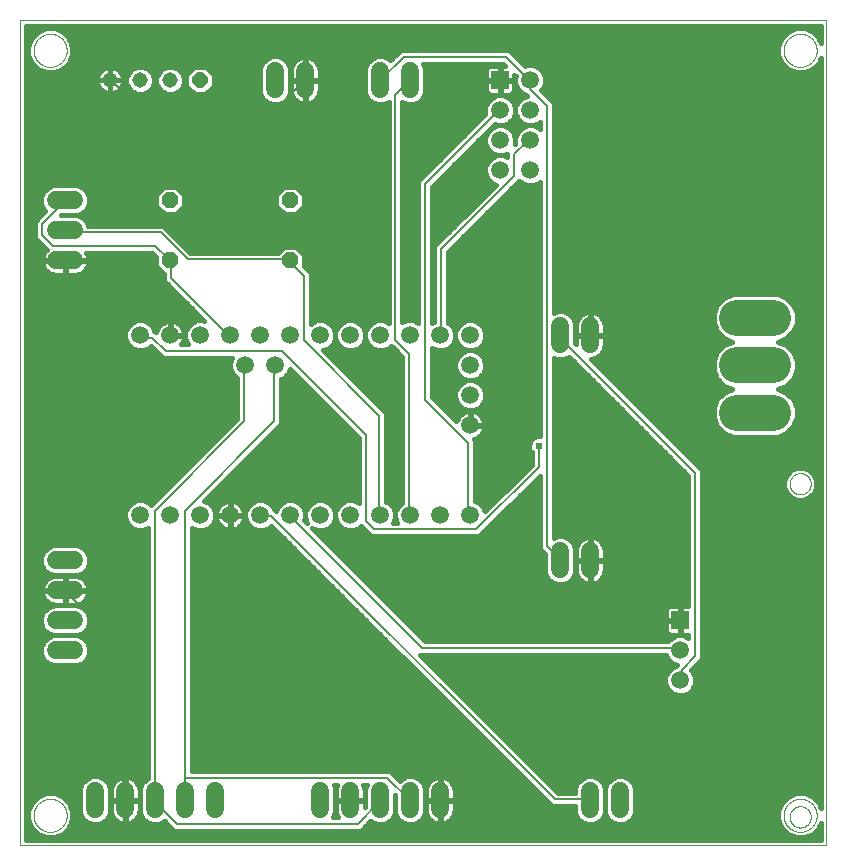
<source format=gbl>
G75*
%MOIN*%
%OFA0B0*%
%FSLAX25Y25*%
%IPPOS*%
%LPD*%
%AMOC8*
5,1,8,0,0,1.08239X$1,22.5*
%
%ADD10C,0.00000*%
%ADD11C,0.06000*%
%ADD12R,0.05937X0.05937*%
%ADD13C,0.05937*%
%ADD14OC8,0.05200*%
%ADD15OC8,0.05150*%
%ADD16C,0.05150*%
%ADD17C,0.11850*%
%ADD18C,0.00600*%
%ADD19C,0.01600*%
%ADD20C,0.02400*%
D10*
X0001800Y0001800D02*
X0001800Y0276761D01*
X0270501Y0276761D01*
X0270501Y0001800D01*
X0001800Y0001800D01*
X0006288Y0011800D02*
X0006290Y0011948D01*
X0006296Y0012096D01*
X0006306Y0012244D01*
X0006320Y0012391D01*
X0006338Y0012538D01*
X0006359Y0012684D01*
X0006385Y0012830D01*
X0006415Y0012975D01*
X0006448Y0013119D01*
X0006486Y0013262D01*
X0006527Y0013404D01*
X0006572Y0013545D01*
X0006620Y0013685D01*
X0006673Y0013824D01*
X0006729Y0013961D01*
X0006789Y0014096D01*
X0006852Y0014230D01*
X0006919Y0014362D01*
X0006990Y0014492D01*
X0007064Y0014620D01*
X0007141Y0014746D01*
X0007222Y0014870D01*
X0007306Y0014992D01*
X0007393Y0015111D01*
X0007484Y0015228D01*
X0007578Y0015343D01*
X0007674Y0015455D01*
X0007774Y0015565D01*
X0007876Y0015671D01*
X0007982Y0015775D01*
X0008090Y0015876D01*
X0008201Y0015974D01*
X0008314Y0016070D01*
X0008430Y0016162D01*
X0008548Y0016251D01*
X0008669Y0016336D01*
X0008792Y0016419D01*
X0008917Y0016498D01*
X0009044Y0016574D01*
X0009173Y0016646D01*
X0009304Y0016715D01*
X0009437Y0016780D01*
X0009572Y0016841D01*
X0009708Y0016899D01*
X0009845Y0016954D01*
X0009984Y0017004D01*
X0010125Y0017051D01*
X0010266Y0017094D01*
X0010409Y0017134D01*
X0010553Y0017169D01*
X0010697Y0017201D01*
X0010843Y0017228D01*
X0010989Y0017252D01*
X0011136Y0017272D01*
X0011283Y0017288D01*
X0011430Y0017300D01*
X0011578Y0017308D01*
X0011726Y0017312D01*
X0011874Y0017312D01*
X0012022Y0017308D01*
X0012170Y0017300D01*
X0012317Y0017288D01*
X0012464Y0017272D01*
X0012611Y0017252D01*
X0012757Y0017228D01*
X0012903Y0017201D01*
X0013047Y0017169D01*
X0013191Y0017134D01*
X0013334Y0017094D01*
X0013475Y0017051D01*
X0013616Y0017004D01*
X0013755Y0016954D01*
X0013892Y0016899D01*
X0014028Y0016841D01*
X0014163Y0016780D01*
X0014296Y0016715D01*
X0014427Y0016646D01*
X0014556Y0016574D01*
X0014683Y0016498D01*
X0014808Y0016419D01*
X0014931Y0016336D01*
X0015052Y0016251D01*
X0015170Y0016162D01*
X0015286Y0016070D01*
X0015399Y0015974D01*
X0015510Y0015876D01*
X0015618Y0015775D01*
X0015724Y0015671D01*
X0015826Y0015565D01*
X0015926Y0015455D01*
X0016022Y0015343D01*
X0016116Y0015228D01*
X0016207Y0015111D01*
X0016294Y0014992D01*
X0016378Y0014870D01*
X0016459Y0014746D01*
X0016536Y0014620D01*
X0016610Y0014492D01*
X0016681Y0014362D01*
X0016748Y0014230D01*
X0016811Y0014096D01*
X0016871Y0013961D01*
X0016927Y0013824D01*
X0016980Y0013685D01*
X0017028Y0013545D01*
X0017073Y0013404D01*
X0017114Y0013262D01*
X0017152Y0013119D01*
X0017185Y0012975D01*
X0017215Y0012830D01*
X0017241Y0012684D01*
X0017262Y0012538D01*
X0017280Y0012391D01*
X0017294Y0012244D01*
X0017304Y0012096D01*
X0017310Y0011948D01*
X0017312Y0011800D01*
X0017310Y0011652D01*
X0017304Y0011504D01*
X0017294Y0011356D01*
X0017280Y0011209D01*
X0017262Y0011062D01*
X0017241Y0010916D01*
X0017215Y0010770D01*
X0017185Y0010625D01*
X0017152Y0010481D01*
X0017114Y0010338D01*
X0017073Y0010196D01*
X0017028Y0010055D01*
X0016980Y0009915D01*
X0016927Y0009776D01*
X0016871Y0009639D01*
X0016811Y0009504D01*
X0016748Y0009370D01*
X0016681Y0009238D01*
X0016610Y0009108D01*
X0016536Y0008980D01*
X0016459Y0008854D01*
X0016378Y0008730D01*
X0016294Y0008608D01*
X0016207Y0008489D01*
X0016116Y0008372D01*
X0016022Y0008257D01*
X0015926Y0008145D01*
X0015826Y0008035D01*
X0015724Y0007929D01*
X0015618Y0007825D01*
X0015510Y0007724D01*
X0015399Y0007626D01*
X0015286Y0007530D01*
X0015170Y0007438D01*
X0015052Y0007349D01*
X0014931Y0007264D01*
X0014808Y0007181D01*
X0014683Y0007102D01*
X0014556Y0007026D01*
X0014427Y0006954D01*
X0014296Y0006885D01*
X0014163Y0006820D01*
X0014028Y0006759D01*
X0013892Y0006701D01*
X0013755Y0006646D01*
X0013616Y0006596D01*
X0013475Y0006549D01*
X0013334Y0006506D01*
X0013191Y0006466D01*
X0013047Y0006431D01*
X0012903Y0006399D01*
X0012757Y0006372D01*
X0012611Y0006348D01*
X0012464Y0006328D01*
X0012317Y0006312D01*
X0012170Y0006300D01*
X0012022Y0006292D01*
X0011874Y0006288D01*
X0011726Y0006288D01*
X0011578Y0006292D01*
X0011430Y0006300D01*
X0011283Y0006312D01*
X0011136Y0006328D01*
X0010989Y0006348D01*
X0010843Y0006372D01*
X0010697Y0006399D01*
X0010553Y0006431D01*
X0010409Y0006466D01*
X0010266Y0006506D01*
X0010125Y0006549D01*
X0009984Y0006596D01*
X0009845Y0006646D01*
X0009708Y0006701D01*
X0009572Y0006759D01*
X0009437Y0006820D01*
X0009304Y0006885D01*
X0009173Y0006954D01*
X0009044Y0007026D01*
X0008917Y0007102D01*
X0008792Y0007181D01*
X0008669Y0007264D01*
X0008548Y0007349D01*
X0008430Y0007438D01*
X0008314Y0007530D01*
X0008201Y0007626D01*
X0008090Y0007724D01*
X0007982Y0007825D01*
X0007876Y0007929D01*
X0007774Y0008035D01*
X0007674Y0008145D01*
X0007578Y0008257D01*
X0007484Y0008372D01*
X0007393Y0008489D01*
X0007306Y0008608D01*
X0007222Y0008730D01*
X0007141Y0008854D01*
X0007064Y0008980D01*
X0006990Y0009108D01*
X0006919Y0009238D01*
X0006852Y0009370D01*
X0006789Y0009504D01*
X0006729Y0009639D01*
X0006673Y0009776D01*
X0006620Y0009915D01*
X0006572Y0010055D01*
X0006527Y0010196D01*
X0006486Y0010338D01*
X0006448Y0010481D01*
X0006415Y0010625D01*
X0006385Y0010770D01*
X0006359Y0010916D01*
X0006338Y0011062D01*
X0006320Y0011209D01*
X0006306Y0011356D01*
X0006296Y0011504D01*
X0006290Y0011652D01*
X0006288Y0011800D01*
X0256288Y0011800D02*
X0256290Y0011948D01*
X0256296Y0012096D01*
X0256306Y0012244D01*
X0256320Y0012391D01*
X0256338Y0012538D01*
X0256359Y0012684D01*
X0256385Y0012830D01*
X0256415Y0012975D01*
X0256448Y0013119D01*
X0256486Y0013262D01*
X0256527Y0013404D01*
X0256572Y0013545D01*
X0256620Y0013685D01*
X0256673Y0013824D01*
X0256729Y0013961D01*
X0256789Y0014096D01*
X0256852Y0014230D01*
X0256919Y0014362D01*
X0256990Y0014492D01*
X0257064Y0014620D01*
X0257141Y0014746D01*
X0257222Y0014870D01*
X0257306Y0014992D01*
X0257393Y0015111D01*
X0257484Y0015228D01*
X0257578Y0015343D01*
X0257674Y0015455D01*
X0257774Y0015565D01*
X0257876Y0015671D01*
X0257982Y0015775D01*
X0258090Y0015876D01*
X0258201Y0015974D01*
X0258314Y0016070D01*
X0258430Y0016162D01*
X0258548Y0016251D01*
X0258669Y0016336D01*
X0258792Y0016419D01*
X0258917Y0016498D01*
X0259044Y0016574D01*
X0259173Y0016646D01*
X0259304Y0016715D01*
X0259437Y0016780D01*
X0259572Y0016841D01*
X0259708Y0016899D01*
X0259845Y0016954D01*
X0259984Y0017004D01*
X0260125Y0017051D01*
X0260266Y0017094D01*
X0260409Y0017134D01*
X0260553Y0017169D01*
X0260697Y0017201D01*
X0260843Y0017228D01*
X0260989Y0017252D01*
X0261136Y0017272D01*
X0261283Y0017288D01*
X0261430Y0017300D01*
X0261578Y0017308D01*
X0261726Y0017312D01*
X0261874Y0017312D01*
X0262022Y0017308D01*
X0262170Y0017300D01*
X0262317Y0017288D01*
X0262464Y0017272D01*
X0262611Y0017252D01*
X0262757Y0017228D01*
X0262903Y0017201D01*
X0263047Y0017169D01*
X0263191Y0017134D01*
X0263334Y0017094D01*
X0263475Y0017051D01*
X0263616Y0017004D01*
X0263755Y0016954D01*
X0263892Y0016899D01*
X0264028Y0016841D01*
X0264163Y0016780D01*
X0264296Y0016715D01*
X0264427Y0016646D01*
X0264556Y0016574D01*
X0264683Y0016498D01*
X0264808Y0016419D01*
X0264931Y0016336D01*
X0265052Y0016251D01*
X0265170Y0016162D01*
X0265286Y0016070D01*
X0265399Y0015974D01*
X0265510Y0015876D01*
X0265618Y0015775D01*
X0265724Y0015671D01*
X0265826Y0015565D01*
X0265926Y0015455D01*
X0266022Y0015343D01*
X0266116Y0015228D01*
X0266207Y0015111D01*
X0266294Y0014992D01*
X0266378Y0014870D01*
X0266459Y0014746D01*
X0266536Y0014620D01*
X0266610Y0014492D01*
X0266681Y0014362D01*
X0266748Y0014230D01*
X0266811Y0014096D01*
X0266871Y0013961D01*
X0266927Y0013824D01*
X0266980Y0013685D01*
X0267028Y0013545D01*
X0267073Y0013404D01*
X0267114Y0013262D01*
X0267152Y0013119D01*
X0267185Y0012975D01*
X0267215Y0012830D01*
X0267241Y0012684D01*
X0267262Y0012538D01*
X0267280Y0012391D01*
X0267294Y0012244D01*
X0267304Y0012096D01*
X0267310Y0011948D01*
X0267312Y0011800D01*
X0267310Y0011652D01*
X0267304Y0011504D01*
X0267294Y0011356D01*
X0267280Y0011209D01*
X0267262Y0011062D01*
X0267241Y0010916D01*
X0267215Y0010770D01*
X0267185Y0010625D01*
X0267152Y0010481D01*
X0267114Y0010338D01*
X0267073Y0010196D01*
X0267028Y0010055D01*
X0266980Y0009915D01*
X0266927Y0009776D01*
X0266871Y0009639D01*
X0266811Y0009504D01*
X0266748Y0009370D01*
X0266681Y0009238D01*
X0266610Y0009108D01*
X0266536Y0008980D01*
X0266459Y0008854D01*
X0266378Y0008730D01*
X0266294Y0008608D01*
X0266207Y0008489D01*
X0266116Y0008372D01*
X0266022Y0008257D01*
X0265926Y0008145D01*
X0265826Y0008035D01*
X0265724Y0007929D01*
X0265618Y0007825D01*
X0265510Y0007724D01*
X0265399Y0007626D01*
X0265286Y0007530D01*
X0265170Y0007438D01*
X0265052Y0007349D01*
X0264931Y0007264D01*
X0264808Y0007181D01*
X0264683Y0007102D01*
X0264556Y0007026D01*
X0264427Y0006954D01*
X0264296Y0006885D01*
X0264163Y0006820D01*
X0264028Y0006759D01*
X0263892Y0006701D01*
X0263755Y0006646D01*
X0263616Y0006596D01*
X0263475Y0006549D01*
X0263334Y0006506D01*
X0263191Y0006466D01*
X0263047Y0006431D01*
X0262903Y0006399D01*
X0262757Y0006372D01*
X0262611Y0006348D01*
X0262464Y0006328D01*
X0262317Y0006312D01*
X0262170Y0006300D01*
X0262022Y0006292D01*
X0261874Y0006288D01*
X0261726Y0006288D01*
X0261578Y0006292D01*
X0261430Y0006300D01*
X0261283Y0006312D01*
X0261136Y0006328D01*
X0260989Y0006348D01*
X0260843Y0006372D01*
X0260697Y0006399D01*
X0260553Y0006431D01*
X0260409Y0006466D01*
X0260266Y0006506D01*
X0260125Y0006549D01*
X0259984Y0006596D01*
X0259845Y0006646D01*
X0259708Y0006701D01*
X0259572Y0006759D01*
X0259437Y0006820D01*
X0259304Y0006885D01*
X0259173Y0006954D01*
X0259044Y0007026D01*
X0258917Y0007102D01*
X0258792Y0007181D01*
X0258669Y0007264D01*
X0258548Y0007349D01*
X0258430Y0007438D01*
X0258314Y0007530D01*
X0258201Y0007626D01*
X0258090Y0007724D01*
X0257982Y0007825D01*
X0257876Y0007929D01*
X0257774Y0008035D01*
X0257674Y0008145D01*
X0257578Y0008257D01*
X0257484Y0008372D01*
X0257393Y0008489D01*
X0257306Y0008608D01*
X0257222Y0008730D01*
X0257141Y0008854D01*
X0257064Y0008980D01*
X0256990Y0009108D01*
X0256919Y0009238D01*
X0256852Y0009370D01*
X0256789Y0009504D01*
X0256729Y0009639D01*
X0256673Y0009776D01*
X0256620Y0009915D01*
X0256572Y0010055D01*
X0256527Y0010196D01*
X0256486Y0010338D01*
X0256448Y0010481D01*
X0256415Y0010625D01*
X0256385Y0010770D01*
X0256359Y0010916D01*
X0256338Y0011062D01*
X0256320Y0011209D01*
X0256306Y0011356D01*
X0256296Y0011504D01*
X0256290Y0011652D01*
X0256288Y0011800D01*
X0258257Y0011288D02*
X0258259Y0011406D01*
X0258265Y0011525D01*
X0258275Y0011643D01*
X0258289Y0011760D01*
X0258306Y0011877D01*
X0258328Y0011994D01*
X0258354Y0012109D01*
X0258383Y0012224D01*
X0258416Y0012338D01*
X0258453Y0012450D01*
X0258494Y0012561D01*
X0258538Y0012671D01*
X0258586Y0012779D01*
X0258638Y0012886D01*
X0258693Y0012991D01*
X0258752Y0013094D01*
X0258814Y0013194D01*
X0258879Y0013293D01*
X0258948Y0013390D01*
X0259019Y0013484D01*
X0259094Y0013575D01*
X0259172Y0013665D01*
X0259253Y0013751D01*
X0259337Y0013835D01*
X0259423Y0013916D01*
X0259513Y0013994D01*
X0259604Y0014069D01*
X0259698Y0014140D01*
X0259795Y0014209D01*
X0259894Y0014274D01*
X0259994Y0014336D01*
X0260097Y0014395D01*
X0260202Y0014450D01*
X0260309Y0014502D01*
X0260417Y0014550D01*
X0260527Y0014594D01*
X0260638Y0014635D01*
X0260750Y0014672D01*
X0260864Y0014705D01*
X0260979Y0014734D01*
X0261094Y0014760D01*
X0261211Y0014782D01*
X0261328Y0014799D01*
X0261445Y0014813D01*
X0261563Y0014823D01*
X0261682Y0014829D01*
X0261800Y0014831D01*
X0261918Y0014829D01*
X0262037Y0014823D01*
X0262155Y0014813D01*
X0262272Y0014799D01*
X0262389Y0014782D01*
X0262506Y0014760D01*
X0262621Y0014734D01*
X0262736Y0014705D01*
X0262850Y0014672D01*
X0262962Y0014635D01*
X0263073Y0014594D01*
X0263183Y0014550D01*
X0263291Y0014502D01*
X0263398Y0014450D01*
X0263503Y0014395D01*
X0263606Y0014336D01*
X0263706Y0014274D01*
X0263805Y0014209D01*
X0263902Y0014140D01*
X0263996Y0014069D01*
X0264087Y0013994D01*
X0264177Y0013916D01*
X0264263Y0013835D01*
X0264347Y0013751D01*
X0264428Y0013665D01*
X0264506Y0013575D01*
X0264581Y0013484D01*
X0264652Y0013390D01*
X0264721Y0013293D01*
X0264786Y0013194D01*
X0264848Y0013094D01*
X0264907Y0012991D01*
X0264962Y0012886D01*
X0265014Y0012779D01*
X0265062Y0012671D01*
X0265106Y0012561D01*
X0265147Y0012450D01*
X0265184Y0012338D01*
X0265217Y0012224D01*
X0265246Y0012109D01*
X0265272Y0011994D01*
X0265294Y0011877D01*
X0265311Y0011760D01*
X0265325Y0011643D01*
X0265335Y0011525D01*
X0265341Y0011406D01*
X0265343Y0011288D01*
X0265341Y0011170D01*
X0265335Y0011051D01*
X0265325Y0010933D01*
X0265311Y0010816D01*
X0265294Y0010699D01*
X0265272Y0010582D01*
X0265246Y0010467D01*
X0265217Y0010352D01*
X0265184Y0010238D01*
X0265147Y0010126D01*
X0265106Y0010015D01*
X0265062Y0009905D01*
X0265014Y0009797D01*
X0264962Y0009690D01*
X0264907Y0009585D01*
X0264848Y0009482D01*
X0264786Y0009382D01*
X0264721Y0009283D01*
X0264652Y0009186D01*
X0264581Y0009092D01*
X0264506Y0009001D01*
X0264428Y0008911D01*
X0264347Y0008825D01*
X0264263Y0008741D01*
X0264177Y0008660D01*
X0264087Y0008582D01*
X0263996Y0008507D01*
X0263902Y0008436D01*
X0263805Y0008367D01*
X0263706Y0008302D01*
X0263606Y0008240D01*
X0263503Y0008181D01*
X0263398Y0008126D01*
X0263291Y0008074D01*
X0263183Y0008026D01*
X0263073Y0007982D01*
X0262962Y0007941D01*
X0262850Y0007904D01*
X0262736Y0007871D01*
X0262621Y0007842D01*
X0262506Y0007816D01*
X0262389Y0007794D01*
X0262272Y0007777D01*
X0262155Y0007763D01*
X0262037Y0007753D01*
X0261918Y0007747D01*
X0261800Y0007745D01*
X0261682Y0007747D01*
X0261563Y0007753D01*
X0261445Y0007763D01*
X0261328Y0007777D01*
X0261211Y0007794D01*
X0261094Y0007816D01*
X0260979Y0007842D01*
X0260864Y0007871D01*
X0260750Y0007904D01*
X0260638Y0007941D01*
X0260527Y0007982D01*
X0260417Y0008026D01*
X0260309Y0008074D01*
X0260202Y0008126D01*
X0260097Y0008181D01*
X0259994Y0008240D01*
X0259894Y0008302D01*
X0259795Y0008367D01*
X0259698Y0008436D01*
X0259604Y0008507D01*
X0259513Y0008582D01*
X0259423Y0008660D01*
X0259337Y0008741D01*
X0259253Y0008825D01*
X0259172Y0008911D01*
X0259094Y0009001D01*
X0259019Y0009092D01*
X0258948Y0009186D01*
X0258879Y0009283D01*
X0258814Y0009382D01*
X0258752Y0009482D01*
X0258693Y0009585D01*
X0258638Y0009690D01*
X0258586Y0009797D01*
X0258538Y0009905D01*
X0258494Y0010015D01*
X0258453Y0010126D01*
X0258416Y0010238D01*
X0258383Y0010352D01*
X0258354Y0010467D01*
X0258328Y0010582D01*
X0258306Y0010699D01*
X0258289Y0010816D01*
X0258275Y0010933D01*
X0258265Y0011051D01*
X0258259Y0011170D01*
X0258257Y0011288D01*
X0258257Y0122312D02*
X0258259Y0122430D01*
X0258265Y0122549D01*
X0258275Y0122667D01*
X0258289Y0122784D01*
X0258306Y0122901D01*
X0258328Y0123018D01*
X0258354Y0123133D01*
X0258383Y0123248D01*
X0258416Y0123362D01*
X0258453Y0123474D01*
X0258494Y0123585D01*
X0258538Y0123695D01*
X0258586Y0123803D01*
X0258638Y0123910D01*
X0258693Y0124015D01*
X0258752Y0124118D01*
X0258814Y0124218D01*
X0258879Y0124317D01*
X0258948Y0124414D01*
X0259019Y0124508D01*
X0259094Y0124599D01*
X0259172Y0124689D01*
X0259253Y0124775D01*
X0259337Y0124859D01*
X0259423Y0124940D01*
X0259513Y0125018D01*
X0259604Y0125093D01*
X0259698Y0125164D01*
X0259795Y0125233D01*
X0259894Y0125298D01*
X0259994Y0125360D01*
X0260097Y0125419D01*
X0260202Y0125474D01*
X0260309Y0125526D01*
X0260417Y0125574D01*
X0260527Y0125618D01*
X0260638Y0125659D01*
X0260750Y0125696D01*
X0260864Y0125729D01*
X0260979Y0125758D01*
X0261094Y0125784D01*
X0261211Y0125806D01*
X0261328Y0125823D01*
X0261445Y0125837D01*
X0261563Y0125847D01*
X0261682Y0125853D01*
X0261800Y0125855D01*
X0261918Y0125853D01*
X0262037Y0125847D01*
X0262155Y0125837D01*
X0262272Y0125823D01*
X0262389Y0125806D01*
X0262506Y0125784D01*
X0262621Y0125758D01*
X0262736Y0125729D01*
X0262850Y0125696D01*
X0262962Y0125659D01*
X0263073Y0125618D01*
X0263183Y0125574D01*
X0263291Y0125526D01*
X0263398Y0125474D01*
X0263503Y0125419D01*
X0263606Y0125360D01*
X0263706Y0125298D01*
X0263805Y0125233D01*
X0263902Y0125164D01*
X0263996Y0125093D01*
X0264087Y0125018D01*
X0264177Y0124940D01*
X0264263Y0124859D01*
X0264347Y0124775D01*
X0264428Y0124689D01*
X0264506Y0124599D01*
X0264581Y0124508D01*
X0264652Y0124414D01*
X0264721Y0124317D01*
X0264786Y0124218D01*
X0264848Y0124118D01*
X0264907Y0124015D01*
X0264962Y0123910D01*
X0265014Y0123803D01*
X0265062Y0123695D01*
X0265106Y0123585D01*
X0265147Y0123474D01*
X0265184Y0123362D01*
X0265217Y0123248D01*
X0265246Y0123133D01*
X0265272Y0123018D01*
X0265294Y0122901D01*
X0265311Y0122784D01*
X0265325Y0122667D01*
X0265335Y0122549D01*
X0265341Y0122430D01*
X0265343Y0122312D01*
X0265341Y0122194D01*
X0265335Y0122075D01*
X0265325Y0121957D01*
X0265311Y0121840D01*
X0265294Y0121723D01*
X0265272Y0121606D01*
X0265246Y0121491D01*
X0265217Y0121376D01*
X0265184Y0121262D01*
X0265147Y0121150D01*
X0265106Y0121039D01*
X0265062Y0120929D01*
X0265014Y0120821D01*
X0264962Y0120714D01*
X0264907Y0120609D01*
X0264848Y0120506D01*
X0264786Y0120406D01*
X0264721Y0120307D01*
X0264652Y0120210D01*
X0264581Y0120116D01*
X0264506Y0120025D01*
X0264428Y0119935D01*
X0264347Y0119849D01*
X0264263Y0119765D01*
X0264177Y0119684D01*
X0264087Y0119606D01*
X0263996Y0119531D01*
X0263902Y0119460D01*
X0263805Y0119391D01*
X0263706Y0119326D01*
X0263606Y0119264D01*
X0263503Y0119205D01*
X0263398Y0119150D01*
X0263291Y0119098D01*
X0263183Y0119050D01*
X0263073Y0119006D01*
X0262962Y0118965D01*
X0262850Y0118928D01*
X0262736Y0118895D01*
X0262621Y0118866D01*
X0262506Y0118840D01*
X0262389Y0118818D01*
X0262272Y0118801D01*
X0262155Y0118787D01*
X0262037Y0118777D01*
X0261918Y0118771D01*
X0261800Y0118769D01*
X0261682Y0118771D01*
X0261563Y0118777D01*
X0261445Y0118787D01*
X0261328Y0118801D01*
X0261211Y0118818D01*
X0261094Y0118840D01*
X0260979Y0118866D01*
X0260864Y0118895D01*
X0260750Y0118928D01*
X0260638Y0118965D01*
X0260527Y0119006D01*
X0260417Y0119050D01*
X0260309Y0119098D01*
X0260202Y0119150D01*
X0260097Y0119205D01*
X0259994Y0119264D01*
X0259894Y0119326D01*
X0259795Y0119391D01*
X0259698Y0119460D01*
X0259604Y0119531D01*
X0259513Y0119606D01*
X0259423Y0119684D01*
X0259337Y0119765D01*
X0259253Y0119849D01*
X0259172Y0119935D01*
X0259094Y0120025D01*
X0259019Y0120116D01*
X0258948Y0120210D01*
X0258879Y0120307D01*
X0258814Y0120406D01*
X0258752Y0120506D01*
X0258693Y0120609D01*
X0258638Y0120714D01*
X0258586Y0120821D01*
X0258538Y0120929D01*
X0258494Y0121039D01*
X0258453Y0121150D01*
X0258416Y0121262D01*
X0258383Y0121376D01*
X0258354Y0121491D01*
X0258328Y0121606D01*
X0258306Y0121723D01*
X0258289Y0121840D01*
X0258275Y0121957D01*
X0258265Y0122075D01*
X0258259Y0122194D01*
X0258257Y0122312D01*
X0256288Y0266800D02*
X0256290Y0266948D01*
X0256296Y0267096D01*
X0256306Y0267244D01*
X0256320Y0267391D01*
X0256338Y0267538D01*
X0256359Y0267684D01*
X0256385Y0267830D01*
X0256415Y0267975D01*
X0256448Y0268119D01*
X0256486Y0268262D01*
X0256527Y0268404D01*
X0256572Y0268545D01*
X0256620Y0268685D01*
X0256673Y0268824D01*
X0256729Y0268961D01*
X0256789Y0269096D01*
X0256852Y0269230D01*
X0256919Y0269362D01*
X0256990Y0269492D01*
X0257064Y0269620D01*
X0257141Y0269746D01*
X0257222Y0269870D01*
X0257306Y0269992D01*
X0257393Y0270111D01*
X0257484Y0270228D01*
X0257578Y0270343D01*
X0257674Y0270455D01*
X0257774Y0270565D01*
X0257876Y0270671D01*
X0257982Y0270775D01*
X0258090Y0270876D01*
X0258201Y0270974D01*
X0258314Y0271070D01*
X0258430Y0271162D01*
X0258548Y0271251D01*
X0258669Y0271336D01*
X0258792Y0271419D01*
X0258917Y0271498D01*
X0259044Y0271574D01*
X0259173Y0271646D01*
X0259304Y0271715D01*
X0259437Y0271780D01*
X0259572Y0271841D01*
X0259708Y0271899D01*
X0259845Y0271954D01*
X0259984Y0272004D01*
X0260125Y0272051D01*
X0260266Y0272094D01*
X0260409Y0272134D01*
X0260553Y0272169D01*
X0260697Y0272201D01*
X0260843Y0272228D01*
X0260989Y0272252D01*
X0261136Y0272272D01*
X0261283Y0272288D01*
X0261430Y0272300D01*
X0261578Y0272308D01*
X0261726Y0272312D01*
X0261874Y0272312D01*
X0262022Y0272308D01*
X0262170Y0272300D01*
X0262317Y0272288D01*
X0262464Y0272272D01*
X0262611Y0272252D01*
X0262757Y0272228D01*
X0262903Y0272201D01*
X0263047Y0272169D01*
X0263191Y0272134D01*
X0263334Y0272094D01*
X0263475Y0272051D01*
X0263616Y0272004D01*
X0263755Y0271954D01*
X0263892Y0271899D01*
X0264028Y0271841D01*
X0264163Y0271780D01*
X0264296Y0271715D01*
X0264427Y0271646D01*
X0264556Y0271574D01*
X0264683Y0271498D01*
X0264808Y0271419D01*
X0264931Y0271336D01*
X0265052Y0271251D01*
X0265170Y0271162D01*
X0265286Y0271070D01*
X0265399Y0270974D01*
X0265510Y0270876D01*
X0265618Y0270775D01*
X0265724Y0270671D01*
X0265826Y0270565D01*
X0265926Y0270455D01*
X0266022Y0270343D01*
X0266116Y0270228D01*
X0266207Y0270111D01*
X0266294Y0269992D01*
X0266378Y0269870D01*
X0266459Y0269746D01*
X0266536Y0269620D01*
X0266610Y0269492D01*
X0266681Y0269362D01*
X0266748Y0269230D01*
X0266811Y0269096D01*
X0266871Y0268961D01*
X0266927Y0268824D01*
X0266980Y0268685D01*
X0267028Y0268545D01*
X0267073Y0268404D01*
X0267114Y0268262D01*
X0267152Y0268119D01*
X0267185Y0267975D01*
X0267215Y0267830D01*
X0267241Y0267684D01*
X0267262Y0267538D01*
X0267280Y0267391D01*
X0267294Y0267244D01*
X0267304Y0267096D01*
X0267310Y0266948D01*
X0267312Y0266800D01*
X0267310Y0266652D01*
X0267304Y0266504D01*
X0267294Y0266356D01*
X0267280Y0266209D01*
X0267262Y0266062D01*
X0267241Y0265916D01*
X0267215Y0265770D01*
X0267185Y0265625D01*
X0267152Y0265481D01*
X0267114Y0265338D01*
X0267073Y0265196D01*
X0267028Y0265055D01*
X0266980Y0264915D01*
X0266927Y0264776D01*
X0266871Y0264639D01*
X0266811Y0264504D01*
X0266748Y0264370D01*
X0266681Y0264238D01*
X0266610Y0264108D01*
X0266536Y0263980D01*
X0266459Y0263854D01*
X0266378Y0263730D01*
X0266294Y0263608D01*
X0266207Y0263489D01*
X0266116Y0263372D01*
X0266022Y0263257D01*
X0265926Y0263145D01*
X0265826Y0263035D01*
X0265724Y0262929D01*
X0265618Y0262825D01*
X0265510Y0262724D01*
X0265399Y0262626D01*
X0265286Y0262530D01*
X0265170Y0262438D01*
X0265052Y0262349D01*
X0264931Y0262264D01*
X0264808Y0262181D01*
X0264683Y0262102D01*
X0264556Y0262026D01*
X0264427Y0261954D01*
X0264296Y0261885D01*
X0264163Y0261820D01*
X0264028Y0261759D01*
X0263892Y0261701D01*
X0263755Y0261646D01*
X0263616Y0261596D01*
X0263475Y0261549D01*
X0263334Y0261506D01*
X0263191Y0261466D01*
X0263047Y0261431D01*
X0262903Y0261399D01*
X0262757Y0261372D01*
X0262611Y0261348D01*
X0262464Y0261328D01*
X0262317Y0261312D01*
X0262170Y0261300D01*
X0262022Y0261292D01*
X0261874Y0261288D01*
X0261726Y0261288D01*
X0261578Y0261292D01*
X0261430Y0261300D01*
X0261283Y0261312D01*
X0261136Y0261328D01*
X0260989Y0261348D01*
X0260843Y0261372D01*
X0260697Y0261399D01*
X0260553Y0261431D01*
X0260409Y0261466D01*
X0260266Y0261506D01*
X0260125Y0261549D01*
X0259984Y0261596D01*
X0259845Y0261646D01*
X0259708Y0261701D01*
X0259572Y0261759D01*
X0259437Y0261820D01*
X0259304Y0261885D01*
X0259173Y0261954D01*
X0259044Y0262026D01*
X0258917Y0262102D01*
X0258792Y0262181D01*
X0258669Y0262264D01*
X0258548Y0262349D01*
X0258430Y0262438D01*
X0258314Y0262530D01*
X0258201Y0262626D01*
X0258090Y0262724D01*
X0257982Y0262825D01*
X0257876Y0262929D01*
X0257774Y0263035D01*
X0257674Y0263145D01*
X0257578Y0263257D01*
X0257484Y0263372D01*
X0257393Y0263489D01*
X0257306Y0263608D01*
X0257222Y0263730D01*
X0257141Y0263854D01*
X0257064Y0263980D01*
X0256990Y0264108D01*
X0256919Y0264238D01*
X0256852Y0264370D01*
X0256789Y0264504D01*
X0256729Y0264639D01*
X0256673Y0264776D01*
X0256620Y0264915D01*
X0256572Y0265055D01*
X0256527Y0265196D01*
X0256486Y0265338D01*
X0256448Y0265481D01*
X0256415Y0265625D01*
X0256385Y0265770D01*
X0256359Y0265916D01*
X0256338Y0266062D01*
X0256320Y0266209D01*
X0256306Y0266356D01*
X0256296Y0266504D01*
X0256290Y0266652D01*
X0256288Y0266800D01*
X0006288Y0266800D02*
X0006290Y0266948D01*
X0006296Y0267096D01*
X0006306Y0267244D01*
X0006320Y0267391D01*
X0006338Y0267538D01*
X0006359Y0267684D01*
X0006385Y0267830D01*
X0006415Y0267975D01*
X0006448Y0268119D01*
X0006486Y0268262D01*
X0006527Y0268404D01*
X0006572Y0268545D01*
X0006620Y0268685D01*
X0006673Y0268824D01*
X0006729Y0268961D01*
X0006789Y0269096D01*
X0006852Y0269230D01*
X0006919Y0269362D01*
X0006990Y0269492D01*
X0007064Y0269620D01*
X0007141Y0269746D01*
X0007222Y0269870D01*
X0007306Y0269992D01*
X0007393Y0270111D01*
X0007484Y0270228D01*
X0007578Y0270343D01*
X0007674Y0270455D01*
X0007774Y0270565D01*
X0007876Y0270671D01*
X0007982Y0270775D01*
X0008090Y0270876D01*
X0008201Y0270974D01*
X0008314Y0271070D01*
X0008430Y0271162D01*
X0008548Y0271251D01*
X0008669Y0271336D01*
X0008792Y0271419D01*
X0008917Y0271498D01*
X0009044Y0271574D01*
X0009173Y0271646D01*
X0009304Y0271715D01*
X0009437Y0271780D01*
X0009572Y0271841D01*
X0009708Y0271899D01*
X0009845Y0271954D01*
X0009984Y0272004D01*
X0010125Y0272051D01*
X0010266Y0272094D01*
X0010409Y0272134D01*
X0010553Y0272169D01*
X0010697Y0272201D01*
X0010843Y0272228D01*
X0010989Y0272252D01*
X0011136Y0272272D01*
X0011283Y0272288D01*
X0011430Y0272300D01*
X0011578Y0272308D01*
X0011726Y0272312D01*
X0011874Y0272312D01*
X0012022Y0272308D01*
X0012170Y0272300D01*
X0012317Y0272288D01*
X0012464Y0272272D01*
X0012611Y0272252D01*
X0012757Y0272228D01*
X0012903Y0272201D01*
X0013047Y0272169D01*
X0013191Y0272134D01*
X0013334Y0272094D01*
X0013475Y0272051D01*
X0013616Y0272004D01*
X0013755Y0271954D01*
X0013892Y0271899D01*
X0014028Y0271841D01*
X0014163Y0271780D01*
X0014296Y0271715D01*
X0014427Y0271646D01*
X0014556Y0271574D01*
X0014683Y0271498D01*
X0014808Y0271419D01*
X0014931Y0271336D01*
X0015052Y0271251D01*
X0015170Y0271162D01*
X0015286Y0271070D01*
X0015399Y0270974D01*
X0015510Y0270876D01*
X0015618Y0270775D01*
X0015724Y0270671D01*
X0015826Y0270565D01*
X0015926Y0270455D01*
X0016022Y0270343D01*
X0016116Y0270228D01*
X0016207Y0270111D01*
X0016294Y0269992D01*
X0016378Y0269870D01*
X0016459Y0269746D01*
X0016536Y0269620D01*
X0016610Y0269492D01*
X0016681Y0269362D01*
X0016748Y0269230D01*
X0016811Y0269096D01*
X0016871Y0268961D01*
X0016927Y0268824D01*
X0016980Y0268685D01*
X0017028Y0268545D01*
X0017073Y0268404D01*
X0017114Y0268262D01*
X0017152Y0268119D01*
X0017185Y0267975D01*
X0017215Y0267830D01*
X0017241Y0267684D01*
X0017262Y0267538D01*
X0017280Y0267391D01*
X0017294Y0267244D01*
X0017304Y0267096D01*
X0017310Y0266948D01*
X0017312Y0266800D01*
X0017310Y0266652D01*
X0017304Y0266504D01*
X0017294Y0266356D01*
X0017280Y0266209D01*
X0017262Y0266062D01*
X0017241Y0265916D01*
X0017215Y0265770D01*
X0017185Y0265625D01*
X0017152Y0265481D01*
X0017114Y0265338D01*
X0017073Y0265196D01*
X0017028Y0265055D01*
X0016980Y0264915D01*
X0016927Y0264776D01*
X0016871Y0264639D01*
X0016811Y0264504D01*
X0016748Y0264370D01*
X0016681Y0264238D01*
X0016610Y0264108D01*
X0016536Y0263980D01*
X0016459Y0263854D01*
X0016378Y0263730D01*
X0016294Y0263608D01*
X0016207Y0263489D01*
X0016116Y0263372D01*
X0016022Y0263257D01*
X0015926Y0263145D01*
X0015826Y0263035D01*
X0015724Y0262929D01*
X0015618Y0262825D01*
X0015510Y0262724D01*
X0015399Y0262626D01*
X0015286Y0262530D01*
X0015170Y0262438D01*
X0015052Y0262349D01*
X0014931Y0262264D01*
X0014808Y0262181D01*
X0014683Y0262102D01*
X0014556Y0262026D01*
X0014427Y0261954D01*
X0014296Y0261885D01*
X0014163Y0261820D01*
X0014028Y0261759D01*
X0013892Y0261701D01*
X0013755Y0261646D01*
X0013616Y0261596D01*
X0013475Y0261549D01*
X0013334Y0261506D01*
X0013191Y0261466D01*
X0013047Y0261431D01*
X0012903Y0261399D01*
X0012757Y0261372D01*
X0012611Y0261348D01*
X0012464Y0261328D01*
X0012317Y0261312D01*
X0012170Y0261300D01*
X0012022Y0261292D01*
X0011874Y0261288D01*
X0011726Y0261288D01*
X0011578Y0261292D01*
X0011430Y0261300D01*
X0011283Y0261312D01*
X0011136Y0261328D01*
X0010989Y0261348D01*
X0010843Y0261372D01*
X0010697Y0261399D01*
X0010553Y0261431D01*
X0010409Y0261466D01*
X0010266Y0261506D01*
X0010125Y0261549D01*
X0009984Y0261596D01*
X0009845Y0261646D01*
X0009708Y0261701D01*
X0009572Y0261759D01*
X0009437Y0261820D01*
X0009304Y0261885D01*
X0009173Y0261954D01*
X0009044Y0262026D01*
X0008917Y0262102D01*
X0008792Y0262181D01*
X0008669Y0262264D01*
X0008548Y0262349D01*
X0008430Y0262438D01*
X0008314Y0262530D01*
X0008201Y0262626D01*
X0008090Y0262724D01*
X0007982Y0262825D01*
X0007876Y0262929D01*
X0007774Y0263035D01*
X0007674Y0263145D01*
X0007578Y0263257D01*
X0007484Y0263372D01*
X0007393Y0263489D01*
X0007306Y0263608D01*
X0007222Y0263730D01*
X0007141Y0263854D01*
X0007064Y0263980D01*
X0006990Y0264108D01*
X0006919Y0264238D01*
X0006852Y0264370D01*
X0006789Y0264504D01*
X0006729Y0264639D01*
X0006673Y0264776D01*
X0006620Y0264915D01*
X0006572Y0265055D01*
X0006527Y0265196D01*
X0006486Y0265338D01*
X0006448Y0265481D01*
X0006415Y0265625D01*
X0006385Y0265770D01*
X0006359Y0265916D01*
X0006338Y0266062D01*
X0006320Y0266209D01*
X0006306Y0266356D01*
X0006296Y0266504D01*
X0006290Y0266652D01*
X0006288Y0266800D01*
D11*
X0013800Y0216800D02*
X0019800Y0216800D01*
X0019800Y0206800D02*
X0013800Y0206800D01*
X0013800Y0196800D02*
X0019800Y0196800D01*
X0086800Y0253800D02*
X0086800Y0259800D01*
X0096800Y0259800D02*
X0096800Y0253800D01*
X0121800Y0253800D02*
X0121800Y0259800D01*
X0131800Y0259800D02*
X0131800Y0253800D01*
X0181800Y0174800D02*
X0181800Y0168800D01*
X0191800Y0168800D02*
X0191800Y0174800D01*
X0191800Y0099800D02*
X0191800Y0093800D01*
X0181800Y0093800D02*
X0181800Y0099800D01*
X0191800Y0019800D02*
X0191800Y0013800D01*
X0201800Y0013800D02*
X0201800Y0019800D01*
X0141800Y0019800D02*
X0141800Y0013800D01*
X0131800Y0013800D02*
X0131800Y0019800D01*
X0121800Y0019800D02*
X0121800Y0013800D01*
X0111800Y0013800D02*
X0111800Y0019800D01*
X0101800Y0019800D02*
X0101800Y0013800D01*
X0066800Y0013800D02*
X0066800Y0019800D01*
X0056800Y0019800D02*
X0056800Y0013800D01*
X0046800Y0013800D02*
X0046800Y0019800D01*
X0036800Y0019800D02*
X0036800Y0013800D01*
X0026800Y0013800D02*
X0026800Y0019800D01*
X0019800Y0066800D02*
X0013800Y0066800D01*
X0013800Y0076800D02*
X0019800Y0076800D01*
X0019800Y0086800D02*
X0013800Y0086800D01*
X0013800Y0096800D02*
X0019800Y0096800D01*
D12*
X0161800Y0256800D03*
X0221800Y0076800D03*
D13*
X0221800Y0066800D03*
X0221800Y0056800D03*
X0151800Y0111800D03*
X0141800Y0111800D03*
X0131800Y0111800D03*
X0121800Y0111800D03*
X0111800Y0111800D03*
X0101800Y0111800D03*
X0091800Y0111800D03*
X0081800Y0111800D03*
X0071800Y0111800D03*
X0061800Y0111800D03*
X0051800Y0111800D03*
X0041800Y0111800D03*
X0076800Y0161800D03*
X0086800Y0161800D03*
X0081800Y0171800D03*
X0071800Y0171800D03*
X0061800Y0171800D03*
X0051800Y0171800D03*
X0041800Y0171800D03*
X0091800Y0171800D03*
X0101800Y0171800D03*
X0111800Y0171800D03*
X0121800Y0171800D03*
X0131800Y0171800D03*
X0141800Y0171800D03*
X0151800Y0171800D03*
X0151800Y0161800D03*
X0151800Y0151800D03*
X0151800Y0141800D03*
X0161800Y0226800D03*
X0161800Y0236800D03*
X0171800Y0236800D03*
X0171800Y0226800D03*
X0171800Y0246800D03*
X0161800Y0246800D03*
X0171800Y0256800D03*
D14*
X0091800Y0216800D03*
X0091800Y0196800D03*
X0051800Y0196800D03*
X0051800Y0216800D03*
D15*
X0061800Y0256800D03*
D16*
X0051800Y0256800D03*
X0041800Y0256800D03*
X0031800Y0256800D03*
D17*
X0240875Y0177600D02*
X0252725Y0177600D01*
X0252725Y0161800D02*
X0240875Y0161800D01*
X0240875Y0146000D02*
X0252725Y0146000D01*
D18*
X0226800Y0126000D02*
X0181800Y0171000D01*
X0181800Y0171800D01*
X0174600Y0135000D02*
X0174600Y0127800D01*
X0153900Y0107100D01*
X0119700Y0107100D01*
X0117000Y0109800D01*
X0117000Y0138600D01*
X0089100Y0166500D01*
X0050400Y0166500D01*
X0045900Y0171000D01*
X0042300Y0171000D01*
X0041800Y0171800D01*
X0052200Y0190800D02*
X0071100Y0171900D01*
X0071800Y0171800D01*
X0076800Y0161800D02*
X0076500Y0161100D01*
X0076500Y0143100D01*
X0046800Y0113400D01*
X0046800Y0016800D01*
X0046800Y0016200D01*
X0054000Y0009000D01*
X0114300Y0009000D01*
X0121500Y0016200D01*
X0121800Y0016800D01*
X0124200Y0024300D02*
X0056700Y0024300D01*
X0056700Y0113400D01*
X0086400Y0143100D01*
X0086400Y0161100D01*
X0086800Y0161800D01*
X0096300Y0170100D02*
X0096300Y0191700D01*
X0091800Y0196200D01*
X0091800Y0196800D01*
X0091800Y0197100D01*
X0057600Y0197100D01*
X0048600Y0206100D01*
X0017100Y0206100D01*
X0016800Y0206800D01*
X0012600Y0201600D02*
X0046800Y0201600D01*
X0051300Y0197100D01*
X0051800Y0196800D01*
X0052200Y0196200D01*
X0052200Y0190800D01*
X0016800Y0216800D02*
X0016200Y0216000D01*
X0009000Y0208800D01*
X0009000Y0205200D01*
X0012600Y0201600D01*
X0039600Y0249300D02*
X0032400Y0256500D01*
X0031800Y0256800D01*
X0039600Y0249300D02*
X0089100Y0249300D01*
X0096300Y0256500D01*
X0096800Y0256800D01*
X0121800Y0256800D02*
X0129600Y0264600D01*
X0163800Y0264600D01*
X0171000Y0257400D01*
X0171800Y0256800D01*
X0171900Y0256500D01*
X0171900Y0253800D01*
X0177300Y0248400D01*
X0177300Y0101700D01*
X0181800Y0097200D01*
X0181800Y0096800D01*
X0151800Y0111800D02*
X0151200Y0112500D01*
X0151200Y0135900D01*
X0136800Y0150300D01*
X0136800Y0222300D01*
X0161100Y0246600D01*
X0161800Y0246800D01*
X0171000Y0236700D02*
X0171800Y0236800D01*
X0171000Y0236700D02*
X0166500Y0232200D01*
X0166500Y0225000D01*
X0142200Y0200700D01*
X0142200Y0171900D01*
X0141800Y0171800D01*
X0131400Y0165600D02*
X0126900Y0170100D01*
X0126900Y0252000D01*
X0131400Y0256500D01*
X0131800Y0256800D01*
X0096300Y0170100D02*
X0121500Y0144900D01*
X0121500Y0112500D01*
X0121800Y0111800D01*
X0131400Y0112500D02*
X0131800Y0111800D01*
X0131400Y0112500D02*
X0131400Y0165600D01*
X0091800Y0111800D02*
X0091800Y0111600D01*
X0135900Y0067500D01*
X0221400Y0067500D01*
X0221800Y0066800D01*
X0226800Y0064800D02*
X0226800Y0126000D01*
X0226800Y0064800D02*
X0222300Y0060300D01*
X0222300Y0057600D01*
X0221800Y0056800D01*
X0191700Y0017100D02*
X0180000Y0017100D01*
X0085500Y0111600D01*
X0081900Y0111600D01*
X0081800Y0111800D01*
X0036000Y0067500D02*
X0017100Y0086400D01*
X0016800Y0086800D01*
X0036000Y0067500D02*
X0036000Y0017100D01*
X0036800Y0016800D01*
X0056700Y0017100D02*
X0056800Y0016800D01*
X0056700Y0017100D02*
X0056700Y0024300D01*
X0124200Y0024300D02*
X0131400Y0017100D01*
X0131800Y0016800D01*
X0191700Y0017100D02*
X0191800Y0016800D01*
D19*
X0186800Y0014800D02*
X0186800Y0012805D01*
X0187561Y0010968D01*
X0188968Y0009561D01*
X0190805Y0008800D01*
X0192795Y0008800D01*
X0194632Y0009561D01*
X0196039Y0010968D01*
X0196800Y0012805D01*
X0196800Y0020795D01*
X0196039Y0022632D01*
X0194632Y0024039D01*
X0192795Y0024800D01*
X0190805Y0024800D01*
X0188968Y0024039D01*
X0187561Y0022632D01*
X0186800Y0020795D01*
X0186800Y0019400D01*
X0180953Y0019400D01*
X0135153Y0065200D01*
X0217085Y0065200D01*
X0217588Y0063986D01*
X0218986Y0062588D01*
X0220647Y0061900D01*
X0220307Y0061559D01*
X0218986Y0061012D01*
X0217588Y0059614D01*
X0216831Y0057788D01*
X0216831Y0055812D01*
X0217588Y0053986D01*
X0218986Y0052588D01*
X0220812Y0051831D01*
X0222788Y0051831D01*
X0224614Y0052588D01*
X0226012Y0053986D01*
X0226768Y0055812D01*
X0226768Y0057788D01*
X0226012Y0059614D01*
X0225440Y0060187D01*
X0227753Y0062500D01*
X0229100Y0063847D01*
X0229100Y0126953D01*
X0192053Y0164000D01*
X0192178Y0164000D01*
X0192924Y0164118D01*
X0193643Y0164352D01*
X0194316Y0164695D01*
X0194927Y0165139D01*
X0195461Y0165673D01*
X0195905Y0166284D01*
X0196248Y0166957D01*
X0196482Y0167676D01*
X0196600Y0168422D01*
X0196600Y0171600D01*
X0192000Y0171600D01*
X0192000Y0172000D01*
X0191600Y0172000D01*
X0191600Y0179600D01*
X0191422Y0179600D01*
X0190676Y0179482D01*
X0189957Y0179248D01*
X0189284Y0178905D01*
X0188673Y0178461D01*
X0188139Y0177927D01*
X0187695Y0177316D01*
X0187352Y0176643D01*
X0187118Y0175924D01*
X0187000Y0175178D01*
X0187000Y0172000D01*
X0191600Y0172000D01*
X0191600Y0171600D01*
X0187000Y0171600D01*
X0187000Y0169053D01*
X0186800Y0169253D01*
X0186800Y0175795D01*
X0186039Y0177632D01*
X0184632Y0179039D01*
X0182795Y0179800D01*
X0180805Y0179800D01*
X0179600Y0179301D01*
X0179600Y0249353D01*
X0178253Y0250700D01*
X0175490Y0253463D01*
X0176012Y0253986D01*
X0176768Y0255812D01*
X0176768Y0257788D01*
X0176012Y0259614D01*
X0174614Y0261012D01*
X0172788Y0261768D01*
X0170812Y0261768D01*
X0170156Y0261497D01*
X0166100Y0265553D01*
X0164753Y0266900D01*
X0128647Y0266900D01*
X0125209Y0263462D01*
X0124632Y0264039D01*
X0122795Y0264800D01*
X0120805Y0264800D01*
X0118968Y0264039D01*
X0117561Y0262632D01*
X0116800Y0260795D01*
X0116800Y0252805D01*
X0117561Y0250968D01*
X0118968Y0249561D01*
X0120805Y0248800D01*
X0122795Y0248800D01*
X0124600Y0249548D01*
X0124600Y0176018D01*
X0122788Y0176768D01*
X0120812Y0176768D01*
X0118986Y0176012D01*
X0117588Y0174614D01*
X0116831Y0172788D01*
X0116831Y0170812D01*
X0117588Y0168986D01*
X0118986Y0167588D01*
X0120812Y0166831D01*
X0122788Y0166831D01*
X0124614Y0167588D01*
X0125387Y0168360D01*
X0125947Y0167800D01*
X0129100Y0164647D01*
X0129100Y0116059D01*
X0128986Y0116012D01*
X0127588Y0114614D01*
X0126831Y0112788D01*
X0126831Y0110812D01*
X0127416Y0109400D01*
X0126184Y0109400D01*
X0126768Y0110812D01*
X0126768Y0112788D01*
X0126012Y0114614D01*
X0124614Y0116012D01*
X0123800Y0116349D01*
X0123800Y0145853D01*
X0102812Y0166841D01*
X0104614Y0167588D01*
X0106012Y0168986D01*
X0106768Y0170812D01*
X0106768Y0172788D01*
X0106012Y0174614D01*
X0104614Y0176012D01*
X0102788Y0176768D01*
X0100812Y0176768D01*
X0098986Y0176012D01*
X0098600Y0175626D01*
X0098600Y0192653D01*
X0096379Y0194874D01*
X0096400Y0194895D01*
X0096400Y0198705D01*
X0093705Y0201400D01*
X0089895Y0201400D01*
X0087895Y0199400D01*
X0058553Y0199400D01*
X0050900Y0207053D01*
X0049553Y0208400D01*
X0024549Y0208400D01*
X0024039Y0209632D01*
X0022632Y0211039D01*
X0020795Y0211800D01*
X0022632Y0212561D01*
X0024039Y0213968D01*
X0024800Y0215805D01*
X0024800Y0217795D01*
X0024039Y0219632D01*
X0022632Y0221039D01*
X0020795Y0221800D01*
X0012805Y0221800D01*
X0010968Y0221039D01*
X0009561Y0219632D01*
X0008800Y0217795D01*
X0008800Y0215805D01*
X0009561Y0213968D01*
X0010238Y0213291D01*
X0008047Y0211100D01*
X0006700Y0209753D01*
X0006700Y0204247D01*
X0010300Y0200647D01*
X0010580Y0200368D01*
X0010139Y0199927D01*
X0009695Y0199316D01*
X0009352Y0198643D01*
X0009118Y0197924D01*
X0009000Y0197178D01*
X0009000Y0197000D01*
X0016600Y0197000D01*
X0016600Y0196600D01*
X0017000Y0196600D01*
X0017000Y0197000D01*
X0024600Y0197000D01*
X0024600Y0197178D01*
X0024482Y0197924D01*
X0024248Y0198643D01*
X0023913Y0199300D01*
X0045847Y0199300D01*
X0047200Y0197947D01*
X0047200Y0194895D01*
X0049895Y0192200D01*
X0049900Y0192200D01*
X0049900Y0189847D01*
X0063114Y0176634D01*
X0062788Y0176768D01*
X0060812Y0176768D01*
X0058986Y0176012D01*
X0057588Y0174614D01*
X0056831Y0172788D01*
X0056831Y0170812D01*
X0057588Y0168986D01*
X0057773Y0168800D01*
X0055515Y0168800D01*
X0055878Y0169301D01*
X0056219Y0169970D01*
X0056451Y0170683D01*
X0056568Y0171425D01*
X0056568Y0171616D01*
X0051984Y0171616D01*
X0051984Y0171984D01*
X0051616Y0171984D01*
X0051616Y0176568D01*
X0051425Y0176568D01*
X0050683Y0176451D01*
X0049970Y0176219D01*
X0049301Y0175878D01*
X0048694Y0175437D01*
X0048163Y0174906D01*
X0047722Y0174299D01*
X0047381Y0173630D01*
X0047170Y0172982D01*
X0046853Y0173300D01*
X0046557Y0173300D01*
X0046012Y0174614D01*
X0044614Y0176012D01*
X0042788Y0176768D01*
X0040812Y0176768D01*
X0038986Y0176012D01*
X0037588Y0174614D01*
X0036831Y0172788D01*
X0036831Y0170812D01*
X0037588Y0168986D01*
X0038986Y0167588D01*
X0040812Y0166831D01*
X0042788Y0166831D01*
X0044614Y0167588D01*
X0045337Y0168310D01*
X0048100Y0165547D01*
X0049447Y0164200D01*
X0072416Y0164200D01*
X0071831Y0162788D01*
X0071831Y0160812D01*
X0072588Y0158986D01*
X0073986Y0157588D01*
X0074200Y0157499D01*
X0074200Y0144053D01*
X0045847Y0115700D01*
X0045387Y0115240D01*
X0044614Y0116012D01*
X0042788Y0116768D01*
X0040812Y0116768D01*
X0038986Y0116012D01*
X0037588Y0114614D01*
X0036831Y0112788D01*
X0036831Y0110812D01*
X0037588Y0108986D01*
X0038986Y0107588D01*
X0040812Y0106831D01*
X0042788Y0106831D01*
X0044500Y0107541D01*
X0044500Y0024259D01*
X0043968Y0024039D01*
X0042561Y0022632D01*
X0041800Y0020795D01*
X0041800Y0012805D01*
X0042561Y0010968D01*
X0043968Y0009561D01*
X0045805Y0008800D01*
X0047795Y0008800D01*
X0049632Y0009561D01*
X0049909Y0009838D01*
X0053047Y0006700D01*
X0115253Y0006700D01*
X0116600Y0008047D01*
X0118541Y0009988D01*
X0118968Y0009561D01*
X0120805Y0008800D01*
X0122795Y0008800D01*
X0124632Y0009561D01*
X0126039Y0010968D01*
X0126800Y0012805D01*
X0127561Y0010968D01*
X0128968Y0009561D01*
X0130805Y0008800D01*
X0132795Y0008800D01*
X0134632Y0009561D01*
X0136039Y0010968D01*
X0136800Y0012805D01*
X0136800Y0020795D01*
X0136039Y0022632D01*
X0134632Y0024039D01*
X0132795Y0024800D01*
X0130805Y0024800D01*
X0128968Y0024039D01*
X0128341Y0023412D01*
X0126500Y0025253D01*
X0125153Y0026600D01*
X0059000Y0026600D01*
X0059000Y0107582D01*
X0060812Y0106831D01*
X0062788Y0106831D01*
X0064614Y0107588D01*
X0066012Y0108986D01*
X0066768Y0110812D01*
X0066768Y0112788D01*
X0066012Y0114614D01*
X0064614Y0116012D01*
X0063165Y0116612D01*
X0088700Y0142147D01*
X0088700Y0157209D01*
X0089614Y0157588D01*
X0091012Y0158986D01*
X0091700Y0160647D01*
X0114700Y0137647D01*
X0114700Y0115926D01*
X0114614Y0116012D01*
X0112788Y0116768D01*
X0110812Y0116768D01*
X0108986Y0116012D01*
X0107588Y0114614D01*
X0106831Y0112788D01*
X0106831Y0110812D01*
X0107588Y0108986D01*
X0108986Y0107588D01*
X0110812Y0106831D01*
X0112788Y0106831D01*
X0114614Y0107588D01*
X0115287Y0108260D01*
X0117400Y0106147D01*
X0118747Y0104800D01*
X0154853Y0104800D01*
X0175000Y0124947D01*
X0175000Y0100747D01*
X0176800Y0098947D01*
X0176800Y0092805D01*
X0177561Y0090968D01*
X0178968Y0089561D01*
X0180805Y0088800D01*
X0182795Y0088800D01*
X0184632Y0089561D01*
X0186039Y0090968D01*
X0186800Y0092805D01*
X0186800Y0100795D01*
X0186039Y0102632D01*
X0184632Y0104039D01*
X0182795Y0104800D01*
X0180805Y0104800D01*
X0179600Y0104301D01*
X0179600Y0164299D01*
X0180805Y0163800D01*
X0182795Y0163800D01*
X0184632Y0164561D01*
X0184809Y0164738D01*
X0224500Y0125047D01*
X0224500Y0081568D01*
X0221984Y0081568D01*
X0221984Y0076984D01*
X0221616Y0076984D01*
X0221616Y0076616D01*
X0221984Y0076616D01*
X0221984Y0072031D01*
X0224500Y0072031D01*
X0224500Y0071059D01*
X0222788Y0071768D01*
X0220812Y0071768D01*
X0218986Y0071012D01*
X0217773Y0069800D01*
X0136853Y0069800D01*
X0099121Y0107532D01*
X0100812Y0106831D01*
X0102788Y0106831D01*
X0104614Y0107588D01*
X0106012Y0108986D01*
X0106768Y0110812D01*
X0106768Y0112788D01*
X0106012Y0114614D01*
X0104614Y0116012D01*
X0102788Y0116768D01*
X0100812Y0116768D01*
X0098986Y0116012D01*
X0097588Y0114614D01*
X0096831Y0112788D01*
X0096831Y0110812D01*
X0097532Y0109121D01*
X0096497Y0110156D01*
X0096768Y0110812D01*
X0096768Y0112788D01*
X0096012Y0114614D01*
X0094614Y0116012D01*
X0092788Y0116768D01*
X0090812Y0116768D01*
X0088986Y0116012D01*
X0087588Y0114614D01*
X0087046Y0113307D01*
X0086453Y0113900D01*
X0086308Y0113900D01*
X0086012Y0114614D01*
X0084614Y0116012D01*
X0082788Y0116768D01*
X0080812Y0116768D01*
X0078986Y0116012D01*
X0077588Y0114614D01*
X0076831Y0112788D01*
X0076831Y0110812D01*
X0077588Y0108986D01*
X0078986Y0107588D01*
X0080812Y0106831D01*
X0082788Y0106831D01*
X0084614Y0107588D01*
X0085437Y0108410D01*
X0177700Y0016147D01*
X0179047Y0014800D01*
X0186800Y0014800D01*
X0186800Y0014588D02*
X0146600Y0014588D01*
X0146600Y0013422D02*
X0146600Y0016600D01*
X0142000Y0016600D01*
X0142000Y0017000D01*
X0141600Y0017000D01*
X0141600Y0024600D01*
X0141422Y0024600D01*
X0140676Y0024482D01*
X0139957Y0024248D01*
X0139284Y0023905D01*
X0138673Y0023461D01*
X0138139Y0022927D01*
X0137695Y0022316D01*
X0137352Y0021643D01*
X0137118Y0020924D01*
X0137000Y0020178D01*
X0137000Y0017000D01*
X0141600Y0017000D01*
X0141600Y0016600D01*
X0137000Y0016600D01*
X0137000Y0013422D01*
X0137118Y0012676D01*
X0137352Y0011957D01*
X0137695Y0011284D01*
X0138139Y0010673D01*
X0138673Y0010139D01*
X0139284Y0009695D01*
X0139957Y0009352D01*
X0140676Y0009118D01*
X0141422Y0009000D01*
X0141600Y0009000D01*
X0141600Y0016600D01*
X0142000Y0016600D01*
X0142000Y0009000D01*
X0142178Y0009000D01*
X0142924Y0009118D01*
X0143643Y0009352D01*
X0144316Y0009695D01*
X0144927Y0010139D01*
X0145461Y0010673D01*
X0145905Y0011284D01*
X0146248Y0011957D01*
X0146482Y0012676D01*
X0146600Y0013422D01*
X0146531Y0012990D02*
X0186800Y0012990D01*
X0187386Y0011391D02*
X0145960Y0011391D01*
X0144450Y0009793D02*
X0188736Y0009793D01*
X0194864Y0009793D02*
X0198736Y0009793D01*
X0198968Y0009561D02*
X0200805Y0008800D01*
X0202795Y0008800D01*
X0204632Y0009561D01*
X0206039Y0010968D01*
X0206800Y0012805D01*
X0206800Y0020795D01*
X0206039Y0022632D01*
X0204632Y0024039D01*
X0202795Y0024800D01*
X0200805Y0024800D01*
X0198968Y0024039D01*
X0197561Y0022632D01*
X0196800Y0020795D01*
X0196800Y0012805D01*
X0197561Y0010968D01*
X0198968Y0009561D01*
X0197386Y0011391D02*
X0196214Y0011391D01*
X0196800Y0012990D02*
X0196800Y0012990D01*
X0196800Y0014588D02*
X0196800Y0014588D01*
X0196800Y0016187D02*
X0196800Y0016187D01*
X0196800Y0017785D02*
X0196800Y0017785D01*
X0196800Y0019384D02*
X0196800Y0019384D01*
X0196722Y0020982D02*
X0196878Y0020982D01*
X0197540Y0022581D02*
X0196060Y0022581D01*
X0194293Y0024179D02*
X0199307Y0024179D01*
X0204293Y0024179D02*
X0268701Y0024179D01*
X0268701Y0022581D02*
X0206060Y0022581D01*
X0206722Y0020982D02*
X0268701Y0020982D01*
X0268701Y0019384D02*
X0206800Y0019384D01*
X0206800Y0017785D02*
X0257445Y0017785D01*
X0257658Y0017999D02*
X0255601Y0015942D01*
X0254488Y0013254D01*
X0254488Y0010346D01*
X0255601Y0007658D01*
X0257658Y0005601D01*
X0260346Y0004488D01*
X0263254Y0004488D01*
X0265942Y0005601D01*
X0267999Y0007658D01*
X0268701Y0009353D01*
X0268701Y0003600D01*
X0003600Y0003600D01*
X0003600Y0274961D01*
X0268701Y0274961D01*
X0268701Y0269247D01*
X0267999Y0270942D01*
X0265942Y0272999D01*
X0263254Y0274112D01*
X0260346Y0274112D01*
X0257658Y0272999D01*
X0255601Y0270942D01*
X0254488Y0268254D01*
X0254488Y0265346D01*
X0255601Y0262658D01*
X0257658Y0260601D01*
X0260346Y0259488D01*
X0263254Y0259488D01*
X0265942Y0260601D01*
X0267999Y0262658D01*
X0268701Y0264353D01*
X0268701Y0014247D01*
X0267999Y0015942D01*
X0265942Y0017999D01*
X0263254Y0019112D01*
X0260346Y0019112D01*
X0257658Y0017999D01*
X0255846Y0016187D02*
X0206800Y0016187D01*
X0206800Y0014588D02*
X0255041Y0014588D01*
X0254488Y0012990D02*
X0206800Y0012990D01*
X0206214Y0011391D02*
X0254488Y0011391D01*
X0254717Y0009793D02*
X0204864Y0009793D01*
X0186878Y0020982D02*
X0179371Y0020982D01*
X0177772Y0022581D02*
X0187540Y0022581D01*
X0189307Y0024179D02*
X0176174Y0024179D01*
X0174575Y0025778D02*
X0268701Y0025778D01*
X0268701Y0027376D02*
X0172976Y0027376D01*
X0171378Y0028975D02*
X0268701Y0028975D01*
X0268701Y0030573D02*
X0169779Y0030573D01*
X0168181Y0032172D02*
X0268701Y0032172D01*
X0268701Y0033770D02*
X0166582Y0033770D01*
X0164984Y0035369D02*
X0268701Y0035369D01*
X0268701Y0036967D02*
X0163385Y0036967D01*
X0161787Y0038566D02*
X0268701Y0038566D01*
X0268701Y0040164D02*
X0160188Y0040164D01*
X0158590Y0041763D02*
X0268701Y0041763D01*
X0268701Y0043361D02*
X0156991Y0043361D01*
X0155393Y0044960D02*
X0268701Y0044960D01*
X0268701Y0046558D02*
X0153794Y0046558D01*
X0152196Y0048157D02*
X0268701Y0048157D01*
X0268701Y0049755D02*
X0150597Y0049755D01*
X0148999Y0051354D02*
X0268701Y0051354D01*
X0268701Y0052952D02*
X0224979Y0052952D01*
X0226246Y0054551D02*
X0268701Y0054551D01*
X0268701Y0056149D02*
X0226768Y0056149D01*
X0226768Y0057748D02*
X0268701Y0057748D01*
X0268701Y0059346D02*
X0226123Y0059346D01*
X0226198Y0060945D02*
X0268701Y0060945D01*
X0268701Y0062543D02*
X0227796Y0062543D01*
X0229100Y0064142D02*
X0268701Y0064142D01*
X0268701Y0065740D02*
X0229100Y0065740D01*
X0229100Y0067339D02*
X0268701Y0067339D01*
X0268701Y0068937D02*
X0229100Y0068937D01*
X0229100Y0070536D02*
X0268701Y0070536D01*
X0268701Y0072134D02*
X0229100Y0072134D01*
X0229100Y0073733D02*
X0268701Y0073733D01*
X0268701Y0075332D02*
X0229100Y0075332D01*
X0229100Y0076930D02*
X0268701Y0076930D01*
X0268701Y0078529D02*
X0229100Y0078529D01*
X0229100Y0080127D02*
X0268701Y0080127D01*
X0268701Y0081726D02*
X0229100Y0081726D01*
X0229100Y0083324D02*
X0268701Y0083324D01*
X0268701Y0084923D02*
X0229100Y0084923D01*
X0229100Y0086521D02*
X0268701Y0086521D01*
X0268701Y0088120D02*
X0229100Y0088120D01*
X0229100Y0089718D02*
X0268701Y0089718D01*
X0268701Y0091317D02*
X0229100Y0091317D01*
X0229100Y0092915D02*
X0268701Y0092915D01*
X0268701Y0094514D02*
X0229100Y0094514D01*
X0229100Y0096112D02*
X0268701Y0096112D01*
X0268701Y0097711D02*
X0229100Y0097711D01*
X0229100Y0099309D02*
X0268701Y0099309D01*
X0268701Y0100908D02*
X0229100Y0100908D01*
X0229100Y0102506D02*
X0268701Y0102506D01*
X0268701Y0104105D02*
X0229100Y0104105D01*
X0229100Y0105703D02*
X0268701Y0105703D01*
X0268701Y0107302D02*
X0229100Y0107302D01*
X0229100Y0108900D02*
X0268701Y0108900D01*
X0268701Y0110499D02*
X0229100Y0110499D01*
X0229100Y0112097D02*
X0268701Y0112097D01*
X0268701Y0113696D02*
X0229100Y0113696D01*
X0229100Y0115294D02*
X0268701Y0115294D01*
X0268701Y0116893D02*
X0229100Y0116893D01*
X0229100Y0118491D02*
X0258064Y0118491D01*
X0258773Y0117782D02*
X0257270Y0119285D01*
X0256457Y0121249D01*
X0256457Y0123375D01*
X0257270Y0125339D01*
X0258773Y0126842D01*
X0260737Y0127655D01*
X0262863Y0127655D01*
X0264827Y0126842D01*
X0266330Y0125339D01*
X0267143Y0123375D01*
X0267143Y0121249D01*
X0266330Y0119285D01*
X0264827Y0117782D01*
X0262863Y0116969D01*
X0260737Y0116969D01*
X0258773Y0117782D01*
X0256937Y0120090D02*
X0229100Y0120090D01*
X0229100Y0121688D02*
X0256457Y0121688D01*
X0256457Y0123287D02*
X0229100Y0123287D01*
X0229100Y0124885D02*
X0257082Y0124885D01*
X0258416Y0126484D02*
X0229100Y0126484D01*
X0227970Y0128082D02*
X0268701Y0128082D01*
X0268701Y0126484D02*
X0265184Y0126484D01*
X0266518Y0124885D02*
X0268701Y0124885D01*
X0268701Y0123287D02*
X0267143Y0123287D01*
X0267143Y0121688D02*
X0268701Y0121688D01*
X0268701Y0120090D02*
X0266663Y0120090D01*
X0265536Y0118491D02*
X0268701Y0118491D01*
X0268701Y0129681D02*
X0226372Y0129681D01*
X0224773Y0131279D02*
X0268701Y0131279D01*
X0268701Y0132878D02*
X0223175Y0132878D01*
X0221576Y0134476D02*
X0268701Y0134476D01*
X0268701Y0136075D02*
X0219978Y0136075D01*
X0218379Y0137673D02*
X0268701Y0137673D01*
X0268701Y0139272D02*
X0257191Y0139272D01*
X0257214Y0139282D02*
X0259443Y0141511D01*
X0260650Y0144424D01*
X0260650Y0147576D01*
X0259443Y0150489D01*
X0257214Y0152718D01*
X0254362Y0153900D01*
X0257214Y0155082D01*
X0259443Y0157311D01*
X0260650Y0160224D01*
X0260650Y0163376D01*
X0259443Y0166289D01*
X0257214Y0168518D01*
X0254362Y0169700D01*
X0257214Y0170882D01*
X0259443Y0173111D01*
X0260650Y0176024D01*
X0260650Y0179176D01*
X0259443Y0182089D01*
X0257214Y0184318D01*
X0254301Y0185525D01*
X0239299Y0185525D01*
X0236386Y0184318D01*
X0234157Y0182089D01*
X0232950Y0179176D01*
X0232950Y0176024D01*
X0234157Y0173111D01*
X0236386Y0170882D01*
X0239238Y0169700D01*
X0236386Y0168518D01*
X0234157Y0166289D01*
X0232950Y0163376D01*
X0232950Y0160224D01*
X0234157Y0157311D01*
X0236386Y0155082D01*
X0239238Y0153900D01*
X0236386Y0152718D01*
X0234157Y0150489D01*
X0232950Y0147576D01*
X0232950Y0144424D01*
X0234157Y0141511D01*
X0236386Y0139282D01*
X0239299Y0138075D01*
X0254301Y0138075D01*
X0257214Y0139282D01*
X0258803Y0140870D02*
X0268701Y0140870D01*
X0268701Y0142469D02*
X0259840Y0142469D01*
X0260502Y0144068D02*
X0268701Y0144068D01*
X0268701Y0145666D02*
X0260650Y0145666D01*
X0260650Y0147265D02*
X0268701Y0147265D01*
X0268701Y0148863D02*
X0260117Y0148863D01*
X0259455Y0150462D02*
X0268701Y0150462D01*
X0268701Y0152060D02*
X0257873Y0152060D01*
X0257390Y0155257D02*
X0268701Y0155257D01*
X0268701Y0153659D02*
X0254945Y0153659D01*
X0258988Y0156856D02*
X0268701Y0156856D01*
X0268701Y0158454D02*
X0259917Y0158454D01*
X0260579Y0160053D02*
X0268701Y0160053D01*
X0268701Y0161651D02*
X0260650Y0161651D01*
X0260650Y0163250D02*
X0268701Y0163250D01*
X0268701Y0164848D02*
X0260040Y0164848D01*
X0259286Y0166447D02*
X0268701Y0166447D01*
X0268701Y0168045D02*
X0257687Y0168045D01*
X0257575Y0171242D02*
X0268701Y0171242D01*
X0268701Y0169644D02*
X0254498Y0169644D01*
X0259173Y0172841D02*
X0268701Y0172841D01*
X0268701Y0174439D02*
X0259994Y0174439D01*
X0260650Y0176038D02*
X0268701Y0176038D01*
X0268701Y0177636D02*
X0260650Y0177636D01*
X0260626Y0179235D02*
X0268701Y0179235D01*
X0268701Y0180833D02*
X0259964Y0180833D01*
X0259101Y0182432D02*
X0268701Y0182432D01*
X0268701Y0184030D02*
X0257502Y0184030D01*
X0268701Y0185629D02*
X0179600Y0185629D01*
X0179600Y0187227D02*
X0268701Y0187227D01*
X0268701Y0188826D02*
X0179600Y0188826D01*
X0179600Y0190424D02*
X0268701Y0190424D01*
X0268701Y0192023D02*
X0179600Y0192023D01*
X0179600Y0193621D02*
X0268701Y0193621D01*
X0268701Y0195220D02*
X0179600Y0195220D01*
X0179600Y0196818D02*
X0268701Y0196818D01*
X0268701Y0198417D02*
X0179600Y0198417D01*
X0179600Y0200015D02*
X0268701Y0200015D01*
X0268701Y0201614D02*
X0179600Y0201614D01*
X0179600Y0203212D02*
X0268701Y0203212D01*
X0268701Y0204811D02*
X0179600Y0204811D01*
X0179600Y0206409D02*
X0268701Y0206409D01*
X0268701Y0208008D02*
X0179600Y0208008D01*
X0179600Y0209606D02*
X0268701Y0209606D01*
X0268701Y0211205D02*
X0179600Y0211205D01*
X0179600Y0212803D02*
X0268701Y0212803D01*
X0268701Y0214402D02*
X0179600Y0214402D01*
X0179600Y0216001D02*
X0268701Y0216001D01*
X0268701Y0217599D02*
X0179600Y0217599D01*
X0179600Y0219198D02*
X0268701Y0219198D01*
X0268701Y0220796D02*
X0179600Y0220796D01*
X0179600Y0222395D02*
X0268701Y0222395D01*
X0268701Y0223993D02*
X0179600Y0223993D01*
X0179600Y0225592D02*
X0268701Y0225592D01*
X0268701Y0227190D02*
X0179600Y0227190D01*
X0179600Y0228789D02*
X0268701Y0228789D01*
X0268701Y0230387D02*
X0179600Y0230387D01*
X0179600Y0231986D02*
X0268701Y0231986D01*
X0268701Y0233584D02*
X0179600Y0233584D01*
X0179600Y0235183D02*
X0268701Y0235183D01*
X0268701Y0236781D02*
X0179600Y0236781D01*
X0179600Y0238380D02*
X0268701Y0238380D01*
X0268701Y0239978D02*
X0179600Y0239978D01*
X0179600Y0241577D02*
X0268701Y0241577D01*
X0268701Y0243175D02*
X0179600Y0243175D01*
X0179600Y0244774D02*
X0268701Y0244774D01*
X0268701Y0246372D02*
X0179600Y0246372D01*
X0179600Y0247971D02*
X0268701Y0247971D01*
X0268701Y0249569D02*
X0179383Y0249569D01*
X0177785Y0251168D02*
X0268701Y0251168D01*
X0268701Y0252766D02*
X0176186Y0252766D01*
X0176169Y0254365D02*
X0268701Y0254365D01*
X0268701Y0255963D02*
X0176768Y0255963D01*
X0176768Y0257562D02*
X0268701Y0257562D01*
X0268701Y0259160D02*
X0176200Y0259160D01*
X0174868Y0260759D02*
X0257501Y0260759D01*
X0255902Y0262357D02*
X0169295Y0262357D01*
X0167697Y0263956D02*
X0255064Y0263956D01*
X0254488Y0265554D02*
X0166098Y0265554D01*
X0162847Y0262300D02*
X0163579Y0261568D01*
X0161984Y0261568D01*
X0161984Y0256984D01*
X0166568Y0256984D01*
X0166568Y0258579D01*
X0166986Y0258161D01*
X0166831Y0257788D01*
X0166831Y0255812D01*
X0167588Y0253986D01*
X0168986Y0252588D01*
X0170477Y0251970D01*
X0170718Y0251730D01*
X0168986Y0251012D01*
X0167588Y0249614D01*
X0166831Y0247788D01*
X0166831Y0245812D01*
X0167588Y0243986D01*
X0168986Y0242588D01*
X0170812Y0241831D01*
X0172788Y0241831D01*
X0174614Y0242588D01*
X0175000Y0242973D01*
X0175000Y0240626D01*
X0174614Y0241012D01*
X0172788Y0241768D01*
X0170812Y0241768D01*
X0168986Y0241012D01*
X0167588Y0239614D01*
X0166831Y0237788D01*
X0166831Y0235812D01*
X0166840Y0235792D01*
X0166704Y0235657D01*
X0166768Y0235812D01*
X0166768Y0237788D01*
X0166012Y0239614D01*
X0164614Y0241012D01*
X0162788Y0241768D01*
X0160812Y0241768D01*
X0158986Y0241012D01*
X0157588Y0239614D01*
X0156831Y0237788D01*
X0156831Y0235812D01*
X0157588Y0233986D01*
X0158986Y0232588D01*
X0160812Y0231831D01*
X0162788Y0231831D01*
X0164200Y0232416D01*
X0164200Y0231184D01*
X0162788Y0231768D01*
X0160812Y0231768D01*
X0158986Y0231012D01*
X0157588Y0229614D01*
X0156831Y0227788D01*
X0156831Y0225812D01*
X0157588Y0223986D01*
X0158986Y0222588D01*
X0160293Y0222046D01*
X0139900Y0201653D01*
X0139900Y0176391D01*
X0139100Y0176059D01*
X0139100Y0221347D01*
X0159944Y0242191D01*
X0160812Y0241831D01*
X0162788Y0241831D01*
X0164614Y0242588D01*
X0166012Y0243986D01*
X0166768Y0245812D01*
X0166768Y0247788D01*
X0166012Y0249614D01*
X0164614Y0251012D01*
X0162788Y0251768D01*
X0160812Y0251768D01*
X0158986Y0251012D01*
X0157588Y0249614D01*
X0156831Y0247788D01*
X0156831Y0245812D01*
X0156898Y0245651D01*
X0134500Y0223253D01*
X0134500Y0176059D01*
X0132788Y0176768D01*
X0130812Y0176768D01*
X0129200Y0176101D01*
X0129200Y0249465D01*
X0130805Y0248800D01*
X0132795Y0248800D01*
X0134632Y0249561D01*
X0136039Y0250968D01*
X0136800Y0252805D01*
X0136800Y0260795D01*
X0136176Y0262300D01*
X0162847Y0262300D01*
X0161616Y0261568D02*
X0158595Y0261568D01*
X0158137Y0261446D01*
X0157726Y0261209D01*
X0157391Y0260874D01*
X0157154Y0260463D01*
X0157031Y0260005D01*
X0157031Y0256984D01*
X0161616Y0256984D01*
X0161616Y0256616D01*
X0161984Y0256616D01*
X0161984Y0252031D01*
X0165005Y0252031D01*
X0165463Y0252154D01*
X0165874Y0252391D01*
X0166209Y0252726D01*
X0166446Y0253137D01*
X0166568Y0253595D01*
X0166568Y0256616D01*
X0161984Y0256616D01*
X0161984Y0256984D01*
X0161616Y0256984D01*
X0161616Y0261568D01*
X0161616Y0260759D02*
X0161984Y0260759D01*
X0161984Y0259160D02*
X0161616Y0259160D01*
X0161616Y0257562D02*
X0161984Y0257562D01*
X0161616Y0256616D02*
X0157031Y0256616D01*
X0157031Y0253595D01*
X0157154Y0253137D01*
X0157391Y0252726D01*
X0157726Y0252391D01*
X0158137Y0252154D01*
X0158595Y0252031D01*
X0161616Y0252031D01*
X0161616Y0256616D01*
X0161616Y0255963D02*
X0161984Y0255963D01*
X0161984Y0254365D02*
X0161616Y0254365D01*
X0161616Y0252766D02*
X0161984Y0252766D01*
X0164239Y0251168D02*
X0169361Y0251168D01*
X0168807Y0252766D02*
X0166232Y0252766D01*
X0166568Y0254365D02*
X0167431Y0254365D01*
X0166831Y0255963D02*
X0166568Y0255963D01*
X0166568Y0257562D02*
X0166831Y0257562D01*
X0159361Y0251168D02*
X0136122Y0251168D01*
X0136784Y0252766D02*
X0157368Y0252766D01*
X0157031Y0254365D02*
X0136800Y0254365D01*
X0136800Y0255963D02*
X0157031Y0255963D01*
X0157031Y0257562D02*
X0136800Y0257562D01*
X0136800Y0259160D02*
X0157031Y0259160D01*
X0157325Y0260759D02*
X0136800Y0260759D01*
X0127302Y0265554D02*
X0019112Y0265554D01*
X0019112Y0265346D02*
X0017999Y0262658D01*
X0015942Y0260601D01*
X0013254Y0259488D01*
X0010346Y0259488D01*
X0007658Y0260601D01*
X0005601Y0262658D01*
X0004488Y0265346D01*
X0004488Y0268254D01*
X0005601Y0270942D01*
X0007658Y0272999D01*
X0010346Y0274112D01*
X0013254Y0274112D01*
X0015942Y0272999D01*
X0017999Y0270942D01*
X0019112Y0268254D01*
X0019112Y0265346D01*
X0018536Y0263956D02*
X0083885Y0263956D01*
X0083968Y0264039D02*
X0082561Y0262632D01*
X0081800Y0260795D01*
X0081800Y0252805D01*
X0082561Y0250968D01*
X0083968Y0249561D01*
X0085805Y0248800D01*
X0087795Y0248800D01*
X0089632Y0249561D01*
X0091039Y0250968D01*
X0091800Y0252805D01*
X0091800Y0260795D01*
X0091039Y0262632D01*
X0089632Y0264039D01*
X0087795Y0264800D01*
X0085805Y0264800D01*
X0083968Y0264039D01*
X0082447Y0262357D02*
X0017698Y0262357D01*
X0016099Y0260759D02*
X0029933Y0260759D01*
X0030121Y0260854D02*
X0029507Y0260542D01*
X0028950Y0260137D01*
X0028463Y0259650D01*
X0028058Y0259093D01*
X0027746Y0258479D01*
X0027533Y0257824D01*
X0027425Y0257144D01*
X0027425Y0256800D01*
X0031800Y0256800D01*
X0036175Y0256800D01*
X0036175Y0257144D01*
X0036067Y0257824D01*
X0035854Y0258479D01*
X0035542Y0259093D01*
X0035137Y0259650D01*
X0034650Y0260137D01*
X0034093Y0260542D01*
X0033479Y0260854D01*
X0032824Y0261067D01*
X0032144Y0261175D01*
X0031800Y0261175D01*
X0031800Y0256800D01*
X0031800Y0256800D01*
X0031800Y0256800D01*
X0036175Y0256800D01*
X0036175Y0256456D01*
X0036067Y0255776D01*
X0035854Y0255121D01*
X0035542Y0254507D01*
X0035137Y0253950D01*
X0034650Y0253463D01*
X0034093Y0253058D01*
X0033479Y0252746D01*
X0032824Y0252533D01*
X0032144Y0252425D01*
X0031800Y0252425D01*
X0031800Y0256800D01*
X0031800Y0256800D01*
X0031800Y0256800D01*
X0031800Y0261175D01*
X0031456Y0261175D01*
X0030776Y0261067D01*
X0030121Y0260854D01*
X0031800Y0260759D02*
X0031800Y0260759D01*
X0031800Y0259160D02*
X0031800Y0259160D01*
X0031800Y0257562D02*
X0031800Y0257562D01*
X0031800Y0256800D02*
X0027425Y0256800D01*
X0027425Y0256456D01*
X0027533Y0255776D01*
X0027746Y0255121D01*
X0028058Y0254507D01*
X0028463Y0253950D01*
X0028950Y0253463D01*
X0029507Y0253058D01*
X0030121Y0252746D01*
X0030776Y0252533D01*
X0031456Y0252425D01*
X0031800Y0252425D01*
X0031800Y0256800D01*
X0031800Y0255963D02*
X0031800Y0255963D01*
X0031800Y0254365D02*
X0031800Y0254365D01*
X0031800Y0252766D02*
X0031800Y0252766D01*
X0033520Y0252766D02*
X0039584Y0252766D01*
X0039209Y0252922D02*
X0040890Y0252225D01*
X0042710Y0252225D01*
X0044391Y0252922D01*
X0045678Y0254209D01*
X0046375Y0255890D01*
X0046375Y0257710D01*
X0045678Y0259391D01*
X0044391Y0260678D01*
X0042710Y0261375D01*
X0040890Y0261375D01*
X0039209Y0260678D01*
X0037922Y0259391D01*
X0037225Y0257710D01*
X0037225Y0255890D01*
X0037922Y0254209D01*
X0039209Y0252922D01*
X0037857Y0254365D02*
X0035438Y0254365D01*
X0036097Y0255963D02*
X0037225Y0255963D01*
X0037225Y0257562D02*
X0036109Y0257562D01*
X0035493Y0259160D02*
X0037826Y0259160D01*
X0039403Y0260759D02*
X0033667Y0260759D01*
X0028107Y0259160D02*
X0003600Y0259160D01*
X0003600Y0257562D02*
X0027491Y0257562D01*
X0027503Y0255963D02*
X0003600Y0255963D01*
X0003600Y0254365D02*
X0028162Y0254365D01*
X0030080Y0252766D02*
X0003600Y0252766D01*
X0003600Y0251168D02*
X0082478Y0251168D01*
X0081816Y0252766D02*
X0064236Y0252766D01*
X0063695Y0252225D02*
X0066375Y0254905D01*
X0066375Y0258695D01*
X0063695Y0261375D01*
X0059905Y0261375D01*
X0057225Y0258695D01*
X0057225Y0254905D01*
X0059905Y0252225D01*
X0063695Y0252225D01*
X0065835Y0254365D02*
X0081800Y0254365D01*
X0081800Y0255963D02*
X0066375Y0255963D01*
X0066375Y0257562D02*
X0081800Y0257562D01*
X0081800Y0259160D02*
X0065909Y0259160D01*
X0064311Y0260759D02*
X0081800Y0260759D01*
X0089715Y0263956D02*
X0094383Y0263956D01*
X0094284Y0263905D02*
X0093673Y0263461D01*
X0093139Y0262927D01*
X0092695Y0262316D01*
X0092352Y0261643D01*
X0092118Y0260924D01*
X0092000Y0260178D01*
X0092000Y0257000D01*
X0096600Y0257000D01*
X0096600Y0264600D01*
X0096422Y0264600D01*
X0095676Y0264482D01*
X0094957Y0264248D01*
X0094284Y0263905D01*
X0092725Y0262357D02*
X0091153Y0262357D01*
X0091800Y0260759D02*
X0092092Y0260759D01*
X0092000Y0259160D02*
X0091800Y0259160D01*
X0091800Y0257562D02*
X0092000Y0257562D01*
X0092000Y0256600D02*
X0092000Y0253422D01*
X0092118Y0252676D01*
X0092352Y0251957D01*
X0092695Y0251284D01*
X0093139Y0250673D01*
X0093673Y0250139D01*
X0094284Y0249695D01*
X0094957Y0249352D01*
X0095676Y0249118D01*
X0096422Y0249000D01*
X0096600Y0249000D01*
X0096600Y0256600D01*
X0097000Y0256600D01*
X0097000Y0257000D01*
X0101600Y0257000D01*
X0101600Y0260178D01*
X0101482Y0260924D01*
X0101248Y0261643D01*
X0100905Y0262316D01*
X0100461Y0262927D01*
X0099927Y0263461D01*
X0099316Y0263905D01*
X0098643Y0264248D01*
X0097924Y0264482D01*
X0097178Y0264600D01*
X0097000Y0264600D01*
X0097000Y0257000D01*
X0096600Y0257000D01*
X0096600Y0256600D01*
X0092000Y0256600D01*
X0092000Y0255963D02*
X0091800Y0255963D01*
X0091800Y0254365D02*
X0092000Y0254365D01*
X0092104Y0252766D02*
X0091784Y0252766D01*
X0091122Y0251168D02*
X0092779Y0251168D01*
X0094530Y0249569D02*
X0089640Y0249569D01*
X0083960Y0249569D02*
X0003600Y0249569D01*
X0003600Y0247971D02*
X0124600Y0247971D01*
X0124600Y0246372D02*
X0003600Y0246372D01*
X0003600Y0244774D02*
X0124600Y0244774D01*
X0124600Y0243175D02*
X0003600Y0243175D01*
X0003600Y0241577D02*
X0124600Y0241577D01*
X0124600Y0239978D02*
X0003600Y0239978D01*
X0003600Y0238380D02*
X0124600Y0238380D01*
X0124600Y0236781D02*
X0003600Y0236781D01*
X0003600Y0235183D02*
X0124600Y0235183D01*
X0124600Y0233584D02*
X0003600Y0233584D01*
X0003600Y0231986D02*
X0124600Y0231986D01*
X0124600Y0230387D02*
X0003600Y0230387D01*
X0003600Y0228789D02*
X0124600Y0228789D01*
X0124600Y0227190D02*
X0003600Y0227190D01*
X0003600Y0225592D02*
X0124600Y0225592D01*
X0124600Y0223993D02*
X0003600Y0223993D01*
X0003600Y0222395D02*
X0124600Y0222395D01*
X0124600Y0220796D02*
X0094309Y0220796D01*
X0093705Y0221400D02*
X0089895Y0221400D01*
X0087200Y0218705D01*
X0087200Y0214895D01*
X0089895Y0212200D01*
X0093705Y0212200D01*
X0096400Y0214895D01*
X0096400Y0218705D01*
X0093705Y0221400D01*
X0095908Y0219198D02*
X0124600Y0219198D01*
X0124600Y0217599D02*
X0096400Y0217599D01*
X0096400Y0216001D02*
X0124600Y0216001D01*
X0124600Y0214402D02*
X0095907Y0214402D01*
X0094309Y0212803D02*
X0124600Y0212803D01*
X0124600Y0211205D02*
X0022231Y0211205D01*
X0020795Y0211800D02*
X0015253Y0211800D01*
X0015253Y0211800D01*
X0020795Y0211800D01*
X0022875Y0212803D02*
X0049291Y0212803D01*
X0049895Y0212200D02*
X0047200Y0214895D01*
X0047200Y0218705D01*
X0049895Y0221400D01*
X0053705Y0221400D01*
X0056400Y0218705D01*
X0056400Y0214895D01*
X0053705Y0212200D01*
X0049895Y0212200D01*
X0047693Y0214402D02*
X0024219Y0214402D01*
X0024800Y0216001D02*
X0047200Y0216001D01*
X0047200Y0217599D02*
X0024800Y0217599D01*
X0024219Y0219198D02*
X0047692Y0219198D01*
X0049291Y0220796D02*
X0022875Y0220796D01*
X0024049Y0209606D02*
X0124600Y0209606D01*
X0124600Y0208008D02*
X0049945Y0208008D01*
X0051543Y0206409D02*
X0124600Y0206409D01*
X0124600Y0204811D02*
X0053142Y0204811D01*
X0054740Y0203212D02*
X0124600Y0203212D01*
X0124600Y0201614D02*
X0056339Y0201614D01*
X0057937Y0200015D02*
X0088510Y0200015D01*
X0095090Y0200015D02*
X0124600Y0200015D01*
X0124600Y0198417D02*
X0096400Y0198417D01*
X0096400Y0196818D02*
X0124600Y0196818D01*
X0124600Y0195220D02*
X0096400Y0195220D01*
X0097631Y0193621D02*
X0124600Y0193621D01*
X0124600Y0192023D02*
X0098600Y0192023D01*
X0098600Y0190424D02*
X0124600Y0190424D01*
X0124600Y0188826D02*
X0098600Y0188826D01*
X0098600Y0187227D02*
X0124600Y0187227D01*
X0124600Y0185629D02*
X0098600Y0185629D01*
X0098600Y0184030D02*
X0124600Y0184030D01*
X0124600Y0182432D02*
X0098600Y0182432D01*
X0098600Y0180833D02*
X0124600Y0180833D01*
X0124600Y0179235D02*
X0098600Y0179235D01*
X0098600Y0177636D02*
X0124600Y0177636D01*
X0124552Y0176038D02*
X0124600Y0176038D01*
X0129200Y0177636D02*
X0134500Y0177636D01*
X0134500Y0179235D02*
X0129200Y0179235D01*
X0129200Y0180833D02*
X0134500Y0180833D01*
X0134500Y0182432D02*
X0129200Y0182432D01*
X0129200Y0184030D02*
X0134500Y0184030D01*
X0134500Y0185629D02*
X0129200Y0185629D01*
X0129200Y0187227D02*
X0134500Y0187227D01*
X0134500Y0188826D02*
X0129200Y0188826D01*
X0129200Y0190424D02*
X0134500Y0190424D01*
X0134500Y0192023D02*
X0129200Y0192023D01*
X0129200Y0193621D02*
X0134500Y0193621D01*
X0134500Y0195220D02*
X0129200Y0195220D01*
X0129200Y0196818D02*
X0134500Y0196818D01*
X0134500Y0198417D02*
X0129200Y0198417D01*
X0129200Y0200015D02*
X0134500Y0200015D01*
X0134500Y0201614D02*
X0129200Y0201614D01*
X0129200Y0203212D02*
X0134500Y0203212D01*
X0134500Y0204811D02*
X0129200Y0204811D01*
X0129200Y0206409D02*
X0134500Y0206409D01*
X0134500Y0208008D02*
X0129200Y0208008D01*
X0129200Y0209606D02*
X0134500Y0209606D01*
X0134500Y0211205D02*
X0129200Y0211205D01*
X0129200Y0212803D02*
X0134500Y0212803D01*
X0134500Y0214402D02*
X0129200Y0214402D01*
X0129200Y0216001D02*
X0134500Y0216001D01*
X0134500Y0217599D02*
X0129200Y0217599D01*
X0129200Y0219198D02*
X0134500Y0219198D01*
X0134500Y0220796D02*
X0129200Y0220796D01*
X0129200Y0222395D02*
X0134500Y0222395D01*
X0135240Y0223993D02*
X0129200Y0223993D01*
X0129200Y0225592D02*
X0136839Y0225592D01*
X0138437Y0227190D02*
X0129200Y0227190D01*
X0129200Y0228789D02*
X0140036Y0228789D01*
X0141634Y0230387D02*
X0129200Y0230387D01*
X0129200Y0231986D02*
X0143233Y0231986D01*
X0144831Y0233584D02*
X0129200Y0233584D01*
X0129200Y0235183D02*
X0146430Y0235183D01*
X0148028Y0236781D02*
X0129200Y0236781D01*
X0129200Y0238380D02*
X0149627Y0238380D01*
X0151226Y0239978D02*
X0129200Y0239978D01*
X0129200Y0241577D02*
X0152824Y0241577D01*
X0154423Y0243175D02*
X0129200Y0243175D01*
X0129200Y0244774D02*
X0156021Y0244774D01*
X0156831Y0246372D02*
X0129200Y0246372D01*
X0129200Y0247971D02*
X0156907Y0247971D01*
X0157569Y0249569D02*
X0134640Y0249569D01*
X0118960Y0249569D02*
X0099070Y0249569D01*
X0099316Y0249695D02*
X0099927Y0250139D01*
X0100461Y0250673D01*
X0100905Y0251284D01*
X0101248Y0251957D01*
X0101482Y0252676D01*
X0101600Y0253422D01*
X0101600Y0256600D01*
X0097000Y0256600D01*
X0097000Y0249000D01*
X0097178Y0249000D01*
X0097924Y0249118D01*
X0098643Y0249352D01*
X0099316Y0249695D01*
X0100821Y0251168D02*
X0117478Y0251168D01*
X0116816Y0252766D02*
X0101496Y0252766D01*
X0101600Y0254365D02*
X0116800Y0254365D01*
X0116800Y0255963D02*
X0101600Y0255963D01*
X0101600Y0257562D02*
X0116800Y0257562D01*
X0116800Y0259160D02*
X0101600Y0259160D01*
X0101508Y0260759D02*
X0116800Y0260759D01*
X0117447Y0262357D02*
X0100875Y0262357D01*
X0099217Y0263956D02*
X0118885Y0263956D01*
X0124715Y0263956D02*
X0125703Y0263956D01*
X0097000Y0263956D02*
X0096600Y0263956D01*
X0096600Y0262357D02*
X0097000Y0262357D01*
X0097000Y0260759D02*
X0096600Y0260759D01*
X0096600Y0259160D02*
X0097000Y0259160D01*
X0097000Y0257562D02*
X0096600Y0257562D01*
X0096600Y0255963D02*
X0097000Y0255963D01*
X0097000Y0254365D02*
X0096600Y0254365D01*
X0096600Y0252766D02*
X0097000Y0252766D01*
X0097000Y0251168D02*
X0096600Y0251168D01*
X0096600Y0249569D02*
X0097000Y0249569D01*
X0089291Y0220796D02*
X0054309Y0220796D01*
X0055908Y0219198D02*
X0087692Y0219198D01*
X0087200Y0217599D02*
X0056400Y0217599D01*
X0056400Y0216001D02*
X0087200Y0216001D01*
X0087693Y0214402D02*
X0055907Y0214402D01*
X0054309Y0212803D02*
X0089291Y0212803D01*
X0057316Y0182432D02*
X0003600Y0182432D01*
X0003600Y0184030D02*
X0055717Y0184030D01*
X0054119Y0185629D02*
X0003600Y0185629D01*
X0003600Y0187227D02*
X0052520Y0187227D01*
X0050921Y0188826D02*
X0003600Y0188826D01*
X0003600Y0190424D02*
X0049900Y0190424D01*
X0049900Y0192023D02*
X0020322Y0192023D01*
X0020178Y0192000D02*
X0020924Y0192118D01*
X0021643Y0192352D01*
X0022316Y0192695D01*
X0022927Y0193139D01*
X0023461Y0193673D01*
X0023905Y0194284D01*
X0024248Y0194957D01*
X0024482Y0195676D01*
X0024600Y0196422D01*
X0024600Y0196600D01*
X0017000Y0196600D01*
X0017000Y0192000D01*
X0020178Y0192000D01*
X0017000Y0192023D02*
X0016600Y0192023D01*
X0016600Y0192000D02*
X0016600Y0196600D01*
X0009000Y0196600D01*
X0009000Y0196422D01*
X0009118Y0195676D01*
X0009352Y0194957D01*
X0009695Y0194284D01*
X0010139Y0193673D01*
X0010673Y0193139D01*
X0011284Y0192695D01*
X0011957Y0192352D01*
X0012676Y0192118D01*
X0013422Y0192000D01*
X0016600Y0192000D01*
X0016600Y0193621D02*
X0017000Y0193621D01*
X0017000Y0195220D02*
X0016600Y0195220D01*
X0016600Y0196818D02*
X0003600Y0196818D01*
X0003600Y0195220D02*
X0009266Y0195220D01*
X0010190Y0193621D02*
X0003600Y0193621D01*
X0003600Y0192023D02*
X0013278Y0192023D01*
X0017000Y0196818D02*
X0047200Y0196818D01*
X0047200Y0195220D02*
X0024334Y0195220D01*
X0023410Y0193621D02*
X0048473Y0193621D01*
X0046730Y0198417D02*
X0024322Y0198417D01*
X0010227Y0200015D02*
X0003600Y0200015D01*
X0003600Y0198417D02*
X0009278Y0198417D01*
X0009333Y0201614D02*
X0003600Y0201614D01*
X0003600Y0203212D02*
X0007735Y0203212D01*
X0006700Y0204811D02*
X0003600Y0204811D01*
X0003600Y0206409D02*
X0006700Y0206409D01*
X0006700Y0208008D02*
X0003600Y0208008D01*
X0003600Y0209606D02*
X0006700Y0209606D01*
X0008152Y0211205D02*
X0003600Y0211205D01*
X0003600Y0212803D02*
X0009751Y0212803D01*
X0009381Y0214402D02*
X0003600Y0214402D01*
X0003600Y0216001D02*
X0008800Y0216001D01*
X0008800Y0217599D02*
X0003600Y0217599D01*
X0003600Y0219198D02*
X0009381Y0219198D01*
X0010725Y0220796D02*
X0003600Y0220796D01*
X0044016Y0252766D02*
X0049584Y0252766D01*
X0049209Y0252922D02*
X0050890Y0252225D01*
X0052710Y0252225D01*
X0054391Y0252922D01*
X0055678Y0254209D01*
X0056375Y0255890D01*
X0056375Y0257710D01*
X0055678Y0259391D01*
X0054391Y0260678D01*
X0052710Y0261375D01*
X0050890Y0261375D01*
X0049209Y0260678D01*
X0047922Y0259391D01*
X0047225Y0257710D01*
X0047225Y0255890D01*
X0047922Y0254209D01*
X0049209Y0252922D01*
X0047857Y0254365D02*
X0045743Y0254365D01*
X0046375Y0255963D02*
X0047225Y0255963D01*
X0047225Y0257562D02*
X0046375Y0257562D01*
X0045774Y0259160D02*
X0047826Y0259160D01*
X0049403Y0260759D02*
X0044197Y0260759D01*
X0054197Y0260759D02*
X0059289Y0260759D01*
X0057691Y0259160D02*
X0055774Y0259160D01*
X0056375Y0257562D02*
X0057225Y0257562D01*
X0057225Y0255963D02*
X0056375Y0255963D01*
X0055743Y0254365D02*
X0057765Y0254365D01*
X0059364Y0252766D02*
X0054016Y0252766D01*
X0019112Y0267153D02*
X0254488Y0267153D01*
X0254694Y0268751D02*
X0018906Y0268751D01*
X0018244Y0270350D02*
X0255356Y0270350D01*
X0256608Y0271948D02*
X0016992Y0271948D01*
X0014618Y0273547D02*
X0258982Y0273547D01*
X0264618Y0273547D02*
X0268701Y0273547D01*
X0268701Y0271948D02*
X0266992Y0271948D01*
X0268244Y0270350D02*
X0268701Y0270350D01*
X0268701Y0263956D02*
X0268536Y0263956D01*
X0268701Y0262357D02*
X0267698Y0262357D01*
X0268701Y0260759D02*
X0266099Y0260759D01*
X0236098Y0184030D02*
X0179600Y0184030D01*
X0179600Y0182432D02*
X0234499Y0182432D01*
X0233636Y0180833D02*
X0179600Y0180833D01*
X0175000Y0180833D02*
X0144500Y0180833D01*
X0144500Y0179235D02*
X0175000Y0179235D01*
X0175000Y0177636D02*
X0144500Y0177636D01*
X0144500Y0176059D02*
X0144500Y0199747D01*
X0167453Y0222700D01*
X0168163Y0223410D01*
X0168986Y0222588D01*
X0170812Y0221831D01*
X0172788Y0221831D01*
X0174614Y0222588D01*
X0175000Y0222973D01*
X0175000Y0138200D01*
X0173963Y0138200D01*
X0172787Y0137713D01*
X0171887Y0136813D01*
X0171400Y0135637D01*
X0171400Y0134363D01*
X0171887Y0133187D01*
X0172300Y0132775D01*
X0172300Y0128753D01*
X0156642Y0113094D01*
X0156012Y0114614D01*
X0154614Y0116012D01*
X0153500Y0116474D01*
X0153500Y0136853D01*
X0153133Y0137219D01*
X0153630Y0137381D01*
X0154299Y0137722D01*
X0154906Y0138163D01*
X0155437Y0138694D01*
X0155878Y0139301D01*
X0156219Y0139970D01*
X0156451Y0140683D01*
X0156568Y0141425D01*
X0156568Y0141616D01*
X0151984Y0141616D01*
X0151984Y0141984D01*
X0151616Y0141984D01*
X0151616Y0146568D01*
X0151425Y0146568D01*
X0150683Y0146451D01*
X0149970Y0146219D01*
X0149301Y0145878D01*
X0148694Y0145437D01*
X0148163Y0144906D01*
X0147722Y0144299D01*
X0147381Y0143630D01*
X0147219Y0143133D01*
X0139100Y0151253D01*
X0139100Y0167541D01*
X0140812Y0166831D01*
X0142788Y0166831D01*
X0144614Y0167588D01*
X0146012Y0168986D01*
X0146768Y0170812D01*
X0146768Y0172788D01*
X0146012Y0174614D01*
X0144614Y0176012D01*
X0144500Y0176059D01*
X0144552Y0176038D02*
X0149048Y0176038D01*
X0148986Y0176012D02*
X0147588Y0174614D01*
X0146831Y0172788D01*
X0146831Y0170812D01*
X0147588Y0168986D01*
X0148986Y0167588D01*
X0150812Y0166831D01*
X0152788Y0166831D01*
X0154614Y0167588D01*
X0156012Y0168986D01*
X0156768Y0170812D01*
X0156768Y0172788D01*
X0156012Y0174614D01*
X0154614Y0176012D01*
X0152788Y0176768D01*
X0150812Y0176768D01*
X0148986Y0176012D01*
X0147515Y0174439D02*
X0146085Y0174439D01*
X0146747Y0172841D02*
X0146853Y0172841D01*
X0146831Y0171242D02*
X0146768Y0171242D01*
X0146285Y0169644D02*
X0147315Y0169644D01*
X0148528Y0168045D02*
X0145072Y0168045D01*
X0147822Y0164848D02*
X0139100Y0164848D01*
X0139100Y0163250D02*
X0147023Y0163250D01*
X0146831Y0162788D02*
X0146831Y0160812D01*
X0147588Y0158986D01*
X0148986Y0157588D01*
X0150812Y0156831D01*
X0152788Y0156831D01*
X0154614Y0157588D01*
X0156012Y0158986D01*
X0156768Y0160812D01*
X0156768Y0162788D01*
X0156012Y0164614D01*
X0154614Y0166012D01*
X0152788Y0166768D01*
X0150812Y0166768D01*
X0148986Y0166012D01*
X0147588Y0164614D01*
X0146831Y0162788D01*
X0146831Y0161651D02*
X0139100Y0161651D01*
X0139100Y0160053D02*
X0147146Y0160053D01*
X0148119Y0158454D02*
X0139100Y0158454D01*
X0139100Y0156856D02*
X0150753Y0156856D01*
X0150812Y0156768D02*
X0148986Y0156012D01*
X0147588Y0154614D01*
X0146831Y0152788D01*
X0146831Y0150812D01*
X0147588Y0148986D01*
X0148986Y0147588D01*
X0150812Y0146831D01*
X0152788Y0146831D01*
X0154614Y0147588D01*
X0156012Y0148986D01*
X0156768Y0150812D01*
X0156768Y0152788D01*
X0156012Y0154614D01*
X0154614Y0156012D01*
X0152788Y0156768D01*
X0150812Y0156768D01*
X0152846Y0156856D02*
X0175000Y0156856D01*
X0175000Y0158454D02*
X0155481Y0158454D01*
X0156454Y0160053D02*
X0175000Y0160053D01*
X0175000Y0161651D02*
X0156768Y0161651D01*
X0156577Y0163250D02*
X0175000Y0163250D01*
X0175000Y0164848D02*
X0155778Y0164848D01*
X0153565Y0166447D02*
X0175000Y0166447D01*
X0175000Y0168045D02*
X0155072Y0168045D01*
X0156285Y0169644D02*
X0175000Y0169644D01*
X0175000Y0171242D02*
X0156768Y0171242D01*
X0156747Y0172841D02*
X0175000Y0172841D01*
X0175000Y0174439D02*
X0156085Y0174439D01*
X0154552Y0176038D02*
X0175000Y0176038D01*
X0175000Y0182432D02*
X0144500Y0182432D01*
X0144500Y0184030D02*
X0175000Y0184030D01*
X0175000Y0185629D02*
X0144500Y0185629D01*
X0144500Y0187227D02*
X0175000Y0187227D01*
X0175000Y0188826D02*
X0144500Y0188826D01*
X0144500Y0190424D02*
X0175000Y0190424D01*
X0175000Y0192023D02*
X0144500Y0192023D01*
X0144500Y0193621D02*
X0175000Y0193621D01*
X0175000Y0195220D02*
X0144500Y0195220D01*
X0144500Y0196818D02*
X0175000Y0196818D01*
X0175000Y0198417D02*
X0144500Y0198417D01*
X0144768Y0200015D02*
X0175000Y0200015D01*
X0175000Y0201614D02*
X0146367Y0201614D01*
X0147965Y0203212D02*
X0175000Y0203212D01*
X0175000Y0204811D02*
X0149564Y0204811D01*
X0151162Y0206409D02*
X0175000Y0206409D01*
X0175000Y0208008D02*
X0152761Y0208008D01*
X0154359Y0209606D02*
X0175000Y0209606D01*
X0175000Y0211205D02*
X0155958Y0211205D01*
X0157556Y0212803D02*
X0175000Y0212803D01*
X0175000Y0214402D02*
X0159155Y0214402D01*
X0160753Y0216001D02*
X0175000Y0216001D01*
X0175000Y0217599D02*
X0162352Y0217599D01*
X0163950Y0219198D02*
X0175000Y0219198D01*
X0175000Y0220796D02*
X0165549Y0220796D01*
X0167147Y0222395D02*
X0169452Y0222395D01*
X0174148Y0222395D02*
X0175000Y0222395D01*
X0164200Y0231986D02*
X0163160Y0231986D01*
X0160440Y0231986D02*
X0149738Y0231986D01*
X0151337Y0233584D02*
X0157989Y0233584D01*
X0157092Y0235183D02*
X0152935Y0235183D01*
X0154534Y0236781D02*
X0156831Y0236781D01*
X0157076Y0238380D02*
X0156132Y0238380D01*
X0157731Y0239978D02*
X0157952Y0239978D01*
X0159329Y0241577D02*
X0160349Y0241577D01*
X0163251Y0241577D02*
X0170349Y0241577D01*
X0168398Y0243175D02*
X0165202Y0243175D01*
X0166339Y0244774D02*
X0167261Y0244774D01*
X0166831Y0246372D02*
X0166768Y0246372D01*
X0166693Y0247971D02*
X0166907Y0247971D01*
X0167569Y0249569D02*
X0166031Y0249569D01*
X0165648Y0239978D02*
X0167952Y0239978D01*
X0167076Y0238380D02*
X0166524Y0238380D01*
X0166768Y0236781D02*
X0166831Y0236781D01*
X0173251Y0241577D02*
X0175000Y0241577D01*
X0158361Y0230387D02*
X0148140Y0230387D01*
X0146541Y0228789D02*
X0157246Y0228789D01*
X0156831Y0227190D02*
X0144943Y0227190D01*
X0143344Y0225592D02*
X0156923Y0225592D01*
X0157585Y0223993D02*
X0141746Y0223993D01*
X0140147Y0222395D02*
X0159452Y0222395D01*
X0159043Y0220796D02*
X0139100Y0220796D01*
X0139100Y0219198D02*
X0157445Y0219198D01*
X0155846Y0217599D02*
X0139100Y0217599D01*
X0139100Y0216001D02*
X0154248Y0216001D01*
X0152649Y0214402D02*
X0139100Y0214402D01*
X0139100Y0212803D02*
X0151051Y0212803D01*
X0149452Y0211205D02*
X0139100Y0211205D01*
X0139100Y0209606D02*
X0147854Y0209606D01*
X0146255Y0208008D02*
X0139100Y0208008D01*
X0139100Y0206409D02*
X0144657Y0206409D01*
X0143058Y0204811D02*
X0139100Y0204811D01*
X0139100Y0203212D02*
X0141460Y0203212D01*
X0139900Y0201614D02*
X0139100Y0201614D01*
X0139100Y0200015D02*
X0139900Y0200015D01*
X0139900Y0198417D02*
X0139100Y0198417D01*
X0139100Y0196818D02*
X0139900Y0196818D01*
X0139900Y0195220D02*
X0139100Y0195220D01*
X0139100Y0193621D02*
X0139900Y0193621D01*
X0139900Y0192023D02*
X0139100Y0192023D01*
X0139100Y0190424D02*
X0139900Y0190424D01*
X0139900Y0188826D02*
X0139100Y0188826D01*
X0139100Y0187227D02*
X0139900Y0187227D01*
X0139900Y0185629D02*
X0139100Y0185629D01*
X0139100Y0184030D02*
X0139900Y0184030D01*
X0139900Y0182432D02*
X0139100Y0182432D01*
X0139100Y0180833D02*
X0139900Y0180833D01*
X0139900Y0179235D02*
X0139100Y0179235D01*
X0139100Y0177636D02*
X0139900Y0177636D01*
X0139100Y0166447D02*
X0150035Y0166447D01*
X0148231Y0155257D02*
X0139100Y0155257D01*
X0139100Y0153659D02*
X0147192Y0153659D01*
X0146831Y0152060D02*
X0139100Y0152060D01*
X0139891Y0150462D02*
X0146977Y0150462D01*
X0147710Y0148863D02*
X0141490Y0148863D01*
X0143088Y0147265D02*
X0149766Y0147265D01*
X0149008Y0145666D02*
X0144687Y0145666D01*
X0146285Y0144068D02*
X0147604Y0144068D01*
X0151616Y0144068D02*
X0151984Y0144068D01*
X0151984Y0145666D02*
X0151616Y0145666D01*
X0151984Y0146568D02*
X0151984Y0141984D01*
X0156568Y0141984D01*
X0156568Y0142175D01*
X0156451Y0142917D01*
X0156219Y0143630D01*
X0155878Y0144299D01*
X0155437Y0144906D01*
X0154906Y0145437D01*
X0154299Y0145878D01*
X0153630Y0146219D01*
X0152917Y0146451D01*
X0152175Y0146568D01*
X0151984Y0146568D01*
X0153834Y0147265D02*
X0175000Y0147265D01*
X0175000Y0148863D02*
X0155890Y0148863D01*
X0156623Y0150462D02*
X0175000Y0150462D01*
X0175000Y0152060D02*
X0156768Y0152060D01*
X0156408Y0153659D02*
X0175000Y0153659D01*
X0175000Y0155257D02*
X0155369Y0155257D01*
X0154592Y0145666D02*
X0175000Y0145666D01*
X0175000Y0144068D02*
X0155996Y0144068D01*
X0156522Y0142469D02*
X0175000Y0142469D01*
X0175000Y0140870D02*
X0156481Y0140870D01*
X0155857Y0139272D02*
X0175000Y0139272D01*
X0172748Y0137673D02*
X0154205Y0137673D01*
X0153500Y0136075D02*
X0171582Y0136075D01*
X0171400Y0134476D02*
X0153500Y0134476D01*
X0153500Y0132878D02*
X0172197Y0132878D01*
X0172300Y0131279D02*
X0153500Y0131279D01*
X0153500Y0129681D02*
X0172300Y0129681D01*
X0171630Y0128082D02*
X0153500Y0128082D01*
X0153500Y0126484D02*
X0170031Y0126484D01*
X0168433Y0124885D02*
X0153500Y0124885D01*
X0153500Y0123287D02*
X0166834Y0123287D01*
X0165236Y0121688D02*
X0153500Y0121688D01*
X0153500Y0120090D02*
X0163637Y0120090D01*
X0162039Y0118491D02*
X0153500Y0118491D01*
X0153500Y0116893D02*
X0160440Y0116893D01*
X0158842Y0115294D02*
X0155332Y0115294D01*
X0156393Y0113696D02*
X0157243Y0113696D01*
X0160551Y0110499D02*
X0175000Y0110499D01*
X0175000Y0112097D02*
X0162150Y0112097D01*
X0163748Y0113696D02*
X0175000Y0113696D01*
X0175000Y0115294D02*
X0165347Y0115294D01*
X0166945Y0116893D02*
X0175000Y0116893D01*
X0175000Y0118491D02*
X0168544Y0118491D01*
X0170143Y0120090D02*
X0175000Y0120090D01*
X0175000Y0121688D02*
X0171741Y0121688D01*
X0173340Y0123287D02*
X0175000Y0123287D01*
X0175000Y0124885D02*
X0174938Y0124885D01*
X0179600Y0124885D02*
X0224500Y0124885D01*
X0224500Y0123287D02*
X0179600Y0123287D01*
X0179600Y0121688D02*
X0224500Y0121688D01*
X0224500Y0120090D02*
X0179600Y0120090D01*
X0179600Y0118491D02*
X0224500Y0118491D01*
X0224500Y0116893D02*
X0179600Y0116893D01*
X0179600Y0115294D02*
X0224500Y0115294D01*
X0224500Y0113696D02*
X0179600Y0113696D01*
X0179600Y0112097D02*
X0224500Y0112097D01*
X0224500Y0110499D02*
X0179600Y0110499D01*
X0179600Y0108900D02*
X0224500Y0108900D01*
X0224500Y0107302D02*
X0179600Y0107302D01*
X0179600Y0105703D02*
X0224500Y0105703D01*
X0224500Y0104105D02*
X0193924Y0104105D01*
X0193643Y0104248D02*
X0192924Y0104482D01*
X0192178Y0104600D01*
X0192000Y0104600D01*
X0192000Y0097000D01*
X0191600Y0097000D01*
X0191600Y0104600D01*
X0191422Y0104600D01*
X0190676Y0104482D01*
X0189957Y0104248D01*
X0189284Y0103905D01*
X0188673Y0103461D01*
X0188139Y0102927D01*
X0187695Y0102316D01*
X0187352Y0101643D01*
X0187118Y0100924D01*
X0187000Y0100178D01*
X0187000Y0097000D01*
X0191600Y0097000D01*
X0191600Y0096600D01*
X0187000Y0096600D01*
X0187000Y0093422D01*
X0187118Y0092676D01*
X0187352Y0091957D01*
X0187695Y0091284D01*
X0188139Y0090673D01*
X0188673Y0090139D01*
X0189284Y0089695D01*
X0189957Y0089352D01*
X0190676Y0089118D01*
X0191422Y0089000D01*
X0191600Y0089000D01*
X0191600Y0096600D01*
X0192000Y0096600D01*
X0192000Y0097000D01*
X0196600Y0097000D01*
X0196600Y0100178D01*
X0196482Y0100924D01*
X0196248Y0101643D01*
X0195905Y0102316D01*
X0195461Y0102927D01*
X0194927Y0103461D01*
X0194316Y0103905D01*
X0193643Y0104248D01*
X0192000Y0104105D02*
X0191600Y0104105D01*
X0191600Y0102506D02*
X0192000Y0102506D01*
X0192000Y0100908D02*
X0191600Y0100908D01*
X0191600Y0099309D02*
X0192000Y0099309D01*
X0192000Y0097711D02*
X0191600Y0097711D01*
X0192000Y0096600D02*
X0196600Y0096600D01*
X0196600Y0093422D01*
X0196482Y0092676D01*
X0196248Y0091957D01*
X0195905Y0091284D01*
X0195461Y0090673D01*
X0194927Y0090139D01*
X0194316Y0089695D01*
X0193643Y0089352D01*
X0192924Y0089118D01*
X0192178Y0089000D01*
X0192000Y0089000D01*
X0192000Y0096600D01*
X0192000Y0096112D02*
X0191600Y0096112D01*
X0191600Y0094514D02*
X0192000Y0094514D01*
X0192000Y0092915D02*
X0191600Y0092915D01*
X0191600Y0091317D02*
X0192000Y0091317D01*
X0192000Y0089718D02*
X0191600Y0089718D01*
X0189252Y0089718D02*
X0184789Y0089718D01*
X0186183Y0091317D02*
X0187678Y0091317D01*
X0187080Y0092915D02*
X0186800Y0092915D01*
X0186800Y0094514D02*
X0187000Y0094514D01*
X0187000Y0096112D02*
X0186800Y0096112D01*
X0186800Y0097711D02*
X0187000Y0097711D01*
X0187000Y0099309D02*
X0186800Y0099309D01*
X0186753Y0100908D02*
X0187116Y0100908D01*
X0187833Y0102506D02*
X0186091Y0102506D01*
X0184473Y0104105D02*
X0189676Y0104105D01*
X0195767Y0102506D02*
X0224500Y0102506D01*
X0224500Y0100908D02*
X0196484Y0100908D01*
X0196600Y0099309D02*
X0224500Y0099309D01*
X0224500Y0097711D02*
X0196600Y0097711D01*
X0196600Y0096112D02*
X0224500Y0096112D01*
X0224500Y0094514D02*
X0196600Y0094514D01*
X0196520Y0092915D02*
X0224500Y0092915D01*
X0224500Y0091317D02*
X0195922Y0091317D01*
X0194348Y0089718D02*
X0224500Y0089718D01*
X0224500Y0088120D02*
X0118533Y0088120D01*
X0116935Y0089718D02*
X0178811Y0089718D01*
X0177417Y0091317D02*
X0115336Y0091317D01*
X0113738Y0092915D02*
X0176800Y0092915D01*
X0176800Y0094514D02*
X0112139Y0094514D01*
X0110541Y0096112D02*
X0176800Y0096112D01*
X0176800Y0097711D02*
X0108942Y0097711D01*
X0107343Y0099309D02*
X0176438Y0099309D01*
X0175000Y0100908D02*
X0105745Y0100908D01*
X0104146Y0102506D02*
X0175000Y0102506D01*
X0175000Y0104105D02*
X0102548Y0104105D01*
X0100949Y0105703D02*
X0117844Y0105703D01*
X0116246Y0107302D02*
X0113924Y0107302D01*
X0109676Y0107302D02*
X0103924Y0107302D01*
X0105927Y0108900D02*
X0107673Y0108900D01*
X0106961Y0110499D02*
X0106639Y0110499D01*
X0106768Y0112097D02*
X0106831Y0112097D01*
X0107207Y0113696D02*
X0106393Y0113696D01*
X0105332Y0115294D02*
X0108268Y0115294D01*
X0114700Y0116893D02*
X0063445Y0116893D01*
X0065044Y0118491D02*
X0114700Y0118491D01*
X0114700Y0120090D02*
X0066643Y0120090D01*
X0068241Y0121688D02*
X0114700Y0121688D01*
X0114700Y0123287D02*
X0069840Y0123287D01*
X0071438Y0124885D02*
X0114700Y0124885D01*
X0114700Y0126484D02*
X0073037Y0126484D01*
X0074635Y0128082D02*
X0114700Y0128082D01*
X0114700Y0129681D02*
X0076234Y0129681D01*
X0077832Y0131279D02*
X0114700Y0131279D01*
X0114700Y0132878D02*
X0079431Y0132878D01*
X0081029Y0134476D02*
X0114700Y0134476D01*
X0114700Y0136075D02*
X0082628Y0136075D01*
X0084226Y0137673D02*
X0114674Y0137673D01*
X0113075Y0139272D02*
X0085825Y0139272D01*
X0087423Y0140870D02*
X0111477Y0140870D01*
X0109878Y0142469D02*
X0088700Y0142469D01*
X0088700Y0144068D02*
X0108280Y0144068D01*
X0106681Y0145666D02*
X0088700Y0145666D01*
X0088700Y0147265D02*
X0105083Y0147265D01*
X0103484Y0148863D02*
X0088700Y0148863D01*
X0088700Y0150462D02*
X0101886Y0150462D01*
X0100287Y0152060D02*
X0088700Y0152060D01*
X0088700Y0153659D02*
X0098689Y0153659D01*
X0097090Y0155257D02*
X0088700Y0155257D01*
X0088700Y0156856D02*
X0095492Y0156856D01*
X0093893Y0158454D02*
X0090481Y0158454D01*
X0091454Y0160053D02*
X0092295Y0160053D01*
X0103206Y0166447D02*
X0127301Y0166447D01*
X0128899Y0164848D02*
X0104805Y0164848D01*
X0106403Y0163250D02*
X0129100Y0163250D01*
X0129100Y0161651D02*
X0108002Y0161651D01*
X0109600Y0160053D02*
X0129100Y0160053D01*
X0129100Y0158454D02*
X0111199Y0158454D01*
X0112797Y0156856D02*
X0129100Y0156856D01*
X0129100Y0155257D02*
X0114396Y0155257D01*
X0115994Y0153659D02*
X0129100Y0153659D01*
X0129100Y0152060D02*
X0117593Y0152060D01*
X0119191Y0150462D02*
X0129100Y0150462D01*
X0129100Y0148863D02*
X0120790Y0148863D01*
X0122388Y0147265D02*
X0129100Y0147265D01*
X0129100Y0145666D02*
X0123800Y0145666D01*
X0123800Y0144068D02*
X0129100Y0144068D01*
X0129100Y0142469D02*
X0123800Y0142469D01*
X0123800Y0140870D02*
X0129100Y0140870D01*
X0129100Y0139272D02*
X0123800Y0139272D01*
X0123800Y0137673D02*
X0129100Y0137673D01*
X0129100Y0136075D02*
X0123800Y0136075D01*
X0123800Y0134476D02*
X0129100Y0134476D01*
X0129100Y0132878D02*
X0123800Y0132878D01*
X0123800Y0131279D02*
X0129100Y0131279D01*
X0129100Y0129681D02*
X0123800Y0129681D01*
X0123800Y0128082D02*
X0129100Y0128082D01*
X0129100Y0126484D02*
X0123800Y0126484D01*
X0123800Y0124885D02*
X0129100Y0124885D01*
X0129100Y0123287D02*
X0123800Y0123287D01*
X0123800Y0121688D02*
X0129100Y0121688D01*
X0129100Y0120090D02*
X0123800Y0120090D01*
X0123800Y0118491D02*
X0129100Y0118491D01*
X0129100Y0116893D02*
X0123800Y0116893D01*
X0125332Y0115294D02*
X0128268Y0115294D01*
X0127207Y0113696D02*
X0126393Y0113696D01*
X0126768Y0112097D02*
X0126831Y0112097D01*
X0126961Y0110499D02*
X0126639Y0110499D01*
X0104129Y0089718D02*
X0059000Y0089718D01*
X0059000Y0088120D02*
X0105728Y0088120D01*
X0107326Y0086521D02*
X0059000Y0086521D01*
X0059000Y0084923D02*
X0108925Y0084923D01*
X0110523Y0083324D02*
X0059000Y0083324D01*
X0059000Y0081726D02*
X0112122Y0081726D01*
X0113720Y0080127D02*
X0059000Y0080127D01*
X0059000Y0078529D02*
X0115319Y0078529D01*
X0116917Y0076930D02*
X0059000Y0076930D01*
X0059000Y0075332D02*
X0118516Y0075332D01*
X0120114Y0073733D02*
X0059000Y0073733D01*
X0059000Y0072134D02*
X0121713Y0072134D01*
X0123311Y0070536D02*
X0059000Y0070536D01*
X0059000Y0068937D02*
X0124910Y0068937D01*
X0126508Y0067339D02*
X0059000Y0067339D01*
X0059000Y0065740D02*
X0128107Y0065740D01*
X0129705Y0064142D02*
X0059000Y0064142D01*
X0059000Y0062543D02*
X0131304Y0062543D01*
X0132902Y0060945D02*
X0059000Y0060945D01*
X0059000Y0059346D02*
X0134501Y0059346D01*
X0136099Y0057748D02*
X0059000Y0057748D01*
X0059000Y0056149D02*
X0137698Y0056149D01*
X0139296Y0054551D02*
X0059000Y0054551D01*
X0059000Y0052952D02*
X0140895Y0052952D01*
X0142493Y0051354D02*
X0059000Y0051354D01*
X0059000Y0049755D02*
X0144092Y0049755D01*
X0145690Y0048157D02*
X0059000Y0048157D01*
X0059000Y0046558D02*
X0147289Y0046558D01*
X0148888Y0044960D02*
X0059000Y0044960D01*
X0059000Y0043361D02*
X0150486Y0043361D01*
X0152085Y0041763D02*
X0059000Y0041763D01*
X0059000Y0040164D02*
X0153683Y0040164D01*
X0155282Y0038566D02*
X0059000Y0038566D01*
X0059000Y0036967D02*
X0156880Y0036967D01*
X0158479Y0035369D02*
X0059000Y0035369D01*
X0059000Y0033770D02*
X0160077Y0033770D01*
X0161676Y0032172D02*
X0059000Y0032172D01*
X0059000Y0030573D02*
X0163274Y0030573D01*
X0164873Y0028975D02*
X0059000Y0028975D01*
X0059000Y0027376D02*
X0166471Y0027376D01*
X0168070Y0025778D02*
X0125975Y0025778D01*
X0127574Y0024179D02*
X0129307Y0024179D01*
X0134293Y0024179D02*
X0139822Y0024179D01*
X0141600Y0024179D02*
X0142000Y0024179D01*
X0142000Y0024600D02*
X0142000Y0017000D01*
X0146600Y0017000D01*
X0146600Y0020178D01*
X0146482Y0020924D01*
X0146248Y0021643D01*
X0145905Y0022316D01*
X0145461Y0022927D01*
X0144927Y0023461D01*
X0144316Y0023905D01*
X0143643Y0024248D01*
X0142924Y0024482D01*
X0142178Y0024600D01*
X0142000Y0024600D01*
X0143778Y0024179D02*
X0169668Y0024179D01*
X0171267Y0022581D02*
X0145713Y0022581D01*
X0146463Y0020982D02*
X0172865Y0020982D01*
X0174464Y0019384D02*
X0146600Y0019384D01*
X0146600Y0017785D02*
X0176062Y0017785D01*
X0177661Y0016187D02*
X0146600Y0016187D01*
X0142000Y0016187D02*
X0141600Y0016187D01*
X0141600Y0017785D02*
X0142000Y0017785D01*
X0142000Y0019384D02*
X0141600Y0019384D01*
X0141600Y0020982D02*
X0142000Y0020982D01*
X0142000Y0022581D02*
X0141600Y0022581D01*
X0137887Y0022581D02*
X0136060Y0022581D01*
X0136722Y0020982D02*
X0137137Y0020982D01*
X0137000Y0019384D02*
X0136800Y0019384D01*
X0136800Y0017785D02*
X0137000Y0017785D01*
X0137000Y0016187D02*
X0136800Y0016187D01*
X0136800Y0014588D02*
X0137000Y0014588D01*
X0137069Y0012990D02*
X0136800Y0012990D01*
X0136214Y0011391D02*
X0137640Y0011391D01*
X0139150Y0009793D02*
X0134864Y0009793D01*
X0128736Y0009793D02*
X0124864Y0009793D01*
X0126214Y0011391D02*
X0127386Y0011391D01*
X0126800Y0012805D02*
X0126800Y0018447D01*
X0126800Y0018447D01*
X0126800Y0012805D01*
X0126800Y0012990D02*
X0126800Y0012990D01*
X0126800Y0014588D02*
X0126800Y0014588D01*
X0126800Y0016187D02*
X0126800Y0016187D01*
X0126800Y0017785D02*
X0126800Y0017785D01*
X0116800Y0017785D02*
X0116600Y0017785D01*
X0116600Y0017000D02*
X0116600Y0020178D01*
X0116482Y0020924D01*
X0116248Y0021643D01*
X0116066Y0022000D01*
X0117299Y0022000D01*
X0116800Y0020795D01*
X0116800Y0014753D01*
X0116600Y0014553D01*
X0116600Y0016600D01*
X0112000Y0016600D01*
X0112000Y0017000D01*
X0116600Y0017000D01*
X0116600Y0016187D02*
X0116800Y0016187D01*
X0116635Y0014588D02*
X0116600Y0014588D01*
X0116600Y0019384D02*
X0116800Y0019384D01*
X0116878Y0020982D02*
X0116463Y0020982D01*
X0111600Y0017000D02*
X0111600Y0016600D01*
X0107000Y0016600D01*
X0107000Y0013422D01*
X0107118Y0012676D01*
X0107352Y0011957D01*
X0107687Y0011300D01*
X0106176Y0011300D01*
X0106800Y0012805D01*
X0106800Y0020795D01*
X0106301Y0022000D01*
X0107534Y0022000D01*
X0107352Y0021643D01*
X0107118Y0020924D01*
X0107000Y0020178D01*
X0107000Y0017000D01*
X0111600Y0017000D01*
X0107000Y0017785D02*
X0106800Y0017785D01*
X0106800Y0016187D02*
X0107000Y0016187D01*
X0107000Y0014588D02*
X0106800Y0014588D01*
X0106800Y0012990D02*
X0107069Y0012990D01*
X0107640Y0011391D02*
X0106214Y0011391D01*
X0106800Y0019384D02*
X0107000Y0019384D01*
X0107137Y0020982D02*
X0106722Y0020982D01*
X0118345Y0009793D02*
X0118736Y0009793D01*
X0116747Y0008194D02*
X0255379Y0008194D01*
X0256664Y0006596D02*
X0016936Y0006596D01*
X0015942Y0005601D02*
X0017999Y0007658D01*
X0019112Y0010346D01*
X0019112Y0013254D01*
X0017999Y0015942D01*
X0015942Y0017999D01*
X0013254Y0019112D01*
X0010346Y0019112D01*
X0007658Y0017999D01*
X0005601Y0015942D01*
X0004488Y0013254D01*
X0004488Y0010346D01*
X0005601Y0007658D01*
X0007658Y0005601D01*
X0010346Y0004488D01*
X0013254Y0004488D01*
X0015942Y0005601D01*
X0014483Y0004997D02*
X0259117Y0004997D01*
X0264483Y0004997D02*
X0268701Y0004997D01*
X0268701Y0006596D02*
X0266936Y0006596D01*
X0268221Y0008194D02*
X0268701Y0008194D01*
X0268701Y0014588D02*
X0268559Y0014588D01*
X0268701Y0016187D02*
X0267754Y0016187D01*
X0268701Y0017785D02*
X0266155Y0017785D01*
X0218621Y0052952D02*
X0147400Y0052952D01*
X0145802Y0054551D02*
X0217354Y0054551D01*
X0216831Y0056149D02*
X0144203Y0056149D01*
X0142605Y0057748D02*
X0216831Y0057748D01*
X0217477Y0059346D02*
X0141006Y0059346D01*
X0139408Y0060945D02*
X0218918Y0060945D01*
X0219093Y0062543D02*
X0137809Y0062543D01*
X0136211Y0064142D02*
X0217523Y0064142D01*
X0218509Y0070536D02*
X0136117Y0070536D01*
X0134518Y0072134D02*
X0218210Y0072134D01*
X0218137Y0072154D02*
X0218595Y0072031D01*
X0221616Y0072031D01*
X0221616Y0076616D01*
X0217031Y0076616D01*
X0217031Y0073595D01*
X0217154Y0073137D01*
X0217391Y0072726D01*
X0217726Y0072391D01*
X0218137Y0072154D01*
X0217031Y0073733D02*
X0132920Y0073733D01*
X0131321Y0075332D02*
X0217031Y0075332D01*
X0217031Y0076984D02*
X0221616Y0076984D01*
X0221616Y0081568D01*
X0218595Y0081568D01*
X0218137Y0081446D01*
X0217726Y0081209D01*
X0217391Y0080874D01*
X0217154Y0080463D01*
X0217031Y0080005D01*
X0217031Y0076984D01*
X0217031Y0078529D02*
X0128124Y0078529D01*
X0126526Y0080127D02*
X0217064Y0080127D01*
X0221616Y0080127D02*
X0221984Y0080127D01*
X0221984Y0078529D02*
X0221616Y0078529D01*
X0221616Y0076930D02*
X0129723Y0076930D01*
X0124927Y0081726D02*
X0224500Y0081726D01*
X0224500Y0083324D02*
X0123329Y0083324D01*
X0121730Y0084923D02*
X0224500Y0084923D01*
X0224500Y0086521D02*
X0120132Y0086521D01*
X0102531Y0091317D02*
X0059000Y0091317D01*
X0059000Y0092915D02*
X0100932Y0092915D01*
X0099334Y0094514D02*
X0059000Y0094514D01*
X0059000Y0096112D02*
X0097735Y0096112D01*
X0096137Y0097711D02*
X0059000Y0097711D01*
X0059000Y0099309D02*
X0094538Y0099309D01*
X0092940Y0100908D02*
X0059000Y0100908D01*
X0059000Y0102506D02*
X0091341Y0102506D01*
X0089743Y0104105D02*
X0059000Y0104105D01*
X0059000Y0105703D02*
X0088144Y0105703D01*
X0086546Y0107302D02*
X0083924Y0107302D01*
X0079676Y0107302D02*
X0073387Y0107302D01*
X0073630Y0107381D02*
X0074299Y0107722D01*
X0074906Y0108163D01*
X0075437Y0108694D01*
X0075878Y0109301D01*
X0076219Y0109970D01*
X0076451Y0110683D01*
X0076568Y0111425D01*
X0076568Y0111616D01*
X0071984Y0111616D01*
X0071984Y0107031D01*
X0072175Y0107031D01*
X0072917Y0107149D01*
X0073630Y0107381D01*
X0071984Y0107302D02*
X0071616Y0107302D01*
X0071616Y0107031D02*
X0071616Y0111616D01*
X0071984Y0111616D01*
X0071984Y0111984D01*
X0076568Y0111984D01*
X0076568Y0112175D01*
X0076451Y0112917D01*
X0076219Y0113630D01*
X0075878Y0114299D01*
X0075437Y0114906D01*
X0074906Y0115437D01*
X0074299Y0115878D01*
X0073630Y0116219D01*
X0072917Y0116451D01*
X0072175Y0116568D01*
X0071984Y0116568D01*
X0071984Y0111984D01*
X0071616Y0111984D01*
X0071616Y0111616D01*
X0067031Y0111616D01*
X0067031Y0111425D01*
X0067149Y0110683D01*
X0067381Y0109970D01*
X0067722Y0109301D01*
X0068163Y0108694D01*
X0068694Y0108163D01*
X0069301Y0107722D01*
X0069970Y0107381D01*
X0070683Y0107149D01*
X0071425Y0107031D01*
X0071616Y0107031D01*
X0070213Y0107302D02*
X0063924Y0107302D01*
X0065927Y0108900D02*
X0068013Y0108900D01*
X0067209Y0110499D02*
X0066639Y0110499D01*
X0067031Y0111984D02*
X0071616Y0111984D01*
X0071616Y0116568D01*
X0071425Y0116568D01*
X0070683Y0116451D01*
X0069970Y0116219D01*
X0069301Y0115878D01*
X0068694Y0115437D01*
X0068163Y0114906D01*
X0067722Y0114299D01*
X0067381Y0113630D01*
X0067149Y0112917D01*
X0067031Y0112175D01*
X0067031Y0111984D01*
X0067031Y0112097D02*
X0066768Y0112097D01*
X0066393Y0113696D02*
X0067414Y0113696D01*
X0068551Y0115294D02*
X0065332Y0115294D01*
X0071616Y0115294D02*
X0071984Y0115294D01*
X0071984Y0113696D02*
X0071616Y0113696D01*
X0071616Y0112097D02*
X0071984Y0112097D01*
X0071984Y0110499D02*
X0071616Y0110499D01*
X0071616Y0108900D02*
X0071984Y0108900D01*
X0075587Y0108900D02*
X0077673Y0108900D01*
X0076961Y0110499D02*
X0076391Y0110499D01*
X0076568Y0112097D02*
X0076831Y0112097D01*
X0077207Y0113696D02*
X0076186Y0113696D01*
X0075049Y0115294D02*
X0078268Y0115294D01*
X0085332Y0115294D02*
X0088268Y0115294D01*
X0087207Y0113696D02*
X0086657Y0113696D01*
X0095332Y0115294D02*
X0098268Y0115294D01*
X0097207Y0113696D02*
X0096393Y0113696D01*
X0096768Y0112097D02*
X0096831Y0112097D01*
X0096961Y0110499D02*
X0096639Y0110499D01*
X0099351Y0107302D02*
X0099676Y0107302D01*
X0067821Y0137673D02*
X0003600Y0137673D01*
X0003600Y0136075D02*
X0066222Y0136075D01*
X0064624Y0134476D02*
X0003600Y0134476D01*
X0003600Y0132878D02*
X0063025Y0132878D01*
X0061427Y0131279D02*
X0003600Y0131279D01*
X0003600Y0129681D02*
X0059828Y0129681D01*
X0058230Y0128082D02*
X0003600Y0128082D01*
X0003600Y0126484D02*
X0056631Y0126484D01*
X0055033Y0124885D02*
X0003600Y0124885D01*
X0003600Y0123287D02*
X0053434Y0123287D01*
X0051836Y0121688D02*
X0003600Y0121688D01*
X0003600Y0120090D02*
X0050237Y0120090D01*
X0048639Y0118491D02*
X0003600Y0118491D01*
X0003600Y0116893D02*
X0047040Y0116893D01*
X0045847Y0115700D02*
X0045847Y0115700D01*
X0045442Y0115294D02*
X0045332Y0115294D01*
X0038268Y0115294D02*
X0003600Y0115294D01*
X0003600Y0113696D02*
X0037207Y0113696D01*
X0036831Y0112097D02*
X0003600Y0112097D01*
X0003600Y0110499D02*
X0036961Y0110499D01*
X0037673Y0108900D02*
X0003600Y0108900D01*
X0003600Y0107302D02*
X0039676Y0107302D01*
X0043924Y0107302D02*
X0044500Y0107302D01*
X0044500Y0105703D02*
X0003600Y0105703D01*
X0003600Y0104105D02*
X0044500Y0104105D01*
X0044500Y0102506D02*
X0003600Y0102506D01*
X0003600Y0100908D02*
X0010837Y0100908D01*
X0010968Y0101039D02*
X0009561Y0099632D01*
X0008800Y0097795D01*
X0008800Y0095805D01*
X0009561Y0093968D01*
X0010968Y0092561D01*
X0012805Y0091800D01*
X0020795Y0091800D01*
X0022632Y0092561D01*
X0024039Y0093968D01*
X0024800Y0095805D01*
X0024800Y0097795D01*
X0024039Y0099632D01*
X0022632Y0101039D01*
X0020795Y0101800D01*
X0012805Y0101800D01*
X0010968Y0101039D01*
X0009427Y0099309D02*
X0003600Y0099309D01*
X0003600Y0097711D02*
X0008800Y0097711D01*
X0008800Y0096112D02*
X0003600Y0096112D01*
X0003600Y0094514D02*
X0009335Y0094514D01*
X0010614Y0092915D02*
X0003600Y0092915D01*
X0003600Y0091317D02*
X0012168Y0091317D01*
X0011957Y0091248D02*
X0011284Y0090905D01*
X0010673Y0090461D01*
X0010139Y0089927D01*
X0009695Y0089316D01*
X0009352Y0088643D01*
X0009118Y0087924D01*
X0009000Y0087178D01*
X0009000Y0087000D01*
X0016600Y0087000D01*
X0016600Y0091600D01*
X0013422Y0091600D01*
X0012676Y0091482D01*
X0011957Y0091248D01*
X0009987Y0089718D02*
X0003600Y0089718D01*
X0003600Y0088120D02*
X0009182Y0088120D01*
X0009000Y0086600D02*
X0009000Y0086422D01*
X0009118Y0085676D01*
X0009352Y0084957D01*
X0009695Y0084284D01*
X0010139Y0083673D01*
X0010673Y0083139D01*
X0011284Y0082695D01*
X0011957Y0082352D01*
X0012676Y0082118D01*
X0013422Y0082000D01*
X0016600Y0082000D01*
X0016600Y0086600D01*
X0017000Y0086600D01*
X0017000Y0087000D01*
X0016600Y0087000D01*
X0016600Y0086600D01*
X0009000Y0086600D01*
X0009000Y0086521D02*
X0003600Y0086521D01*
X0003600Y0084923D02*
X0009369Y0084923D01*
X0010488Y0083324D02*
X0003600Y0083324D01*
X0003600Y0081726D02*
X0012626Y0081726D01*
X0012805Y0081800D02*
X0010968Y0081039D01*
X0009561Y0079632D01*
X0008800Y0077795D01*
X0008800Y0075805D01*
X0009561Y0073968D01*
X0010968Y0072561D01*
X0012805Y0071800D01*
X0010968Y0071039D01*
X0009561Y0069632D01*
X0008800Y0067795D01*
X0008800Y0065805D01*
X0009561Y0063968D01*
X0010968Y0062561D01*
X0012805Y0061800D01*
X0020795Y0061800D01*
X0022632Y0062561D01*
X0024039Y0063968D01*
X0024800Y0065805D01*
X0024800Y0067795D01*
X0024039Y0069632D01*
X0022632Y0071039D01*
X0020795Y0071800D01*
X0012805Y0071800D01*
X0020795Y0071800D01*
X0022632Y0072561D01*
X0024039Y0073968D01*
X0024800Y0075805D01*
X0024800Y0077795D01*
X0024039Y0079632D01*
X0022632Y0081039D01*
X0020795Y0081800D01*
X0012805Y0081800D01*
X0010056Y0080127D02*
X0003600Y0080127D01*
X0003600Y0078529D02*
X0009104Y0078529D01*
X0008800Y0076930D02*
X0003600Y0076930D01*
X0003600Y0075332D02*
X0008996Y0075332D01*
X0009796Y0073733D02*
X0003600Y0073733D01*
X0003600Y0072134D02*
X0011998Y0072134D01*
X0010465Y0070536D02*
X0003600Y0070536D01*
X0003600Y0068937D02*
X0009273Y0068937D01*
X0008800Y0067339D02*
X0003600Y0067339D01*
X0003600Y0065740D02*
X0008827Y0065740D01*
X0009489Y0064142D02*
X0003600Y0064142D01*
X0003600Y0062543D02*
X0011011Y0062543D01*
X0003600Y0060945D02*
X0044500Y0060945D01*
X0044500Y0062543D02*
X0022589Y0062543D01*
X0024111Y0064142D02*
X0044500Y0064142D01*
X0044500Y0065740D02*
X0024773Y0065740D01*
X0024800Y0067339D02*
X0044500Y0067339D01*
X0044500Y0068937D02*
X0024327Y0068937D01*
X0023135Y0070536D02*
X0044500Y0070536D01*
X0044500Y0072134D02*
X0021602Y0072134D01*
X0023804Y0073733D02*
X0044500Y0073733D01*
X0044500Y0075332D02*
X0024604Y0075332D01*
X0024800Y0076930D02*
X0044500Y0076930D01*
X0044500Y0078529D02*
X0024496Y0078529D01*
X0023544Y0080127D02*
X0044500Y0080127D01*
X0044500Y0081726D02*
X0020974Y0081726D01*
X0020924Y0082118D02*
X0021643Y0082352D01*
X0022316Y0082695D01*
X0022927Y0083139D01*
X0023461Y0083673D01*
X0023905Y0084284D01*
X0024248Y0084957D01*
X0024482Y0085676D01*
X0024600Y0086422D01*
X0024600Y0086600D01*
X0017000Y0086600D01*
X0017000Y0082000D01*
X0020178Y0082000D01*
X0020924Y0082118D01*
X0023112Y0083324D02*
X0044500Y0083324D01*
X0044500Y0084923D02*
X0024231Y0084923D01*
X0024600Y0086521D02*
X0044500Y0086521D01*
X0044500Y0088120D02*
X0024418Y0088120D01*
X0024482Y0087924D02*
X0024248Y0088643D01*
X0023905Y0089316D01*
X0023461Y0089927D01*
X0022927Y0090461D01*
X0022316Y0090905D01*
X0021643Y0091248D01*
X0020924Y0091482D01*
X0020178Y0091600D01*
X0017000Y0091600D01*
X0017000Y0087000D01*
X0024600Y0087000D01*
X0024600Y0087178D01*
X0024482Y0087924D01*
X0023613Y0089718D02*
X0044500Y0089718D01*
X0044500Y0091317D02*
X0021432Y0091317D01*
X0022986Y0092915D02*
X0044500Y0092915D01*
X0044500Y0094514D02*
X0024265Y0094514D01*
X0024800Y0096112D02*
X0044500Y0096112D01*
X0044500Y0097711D02*
X0024800Y0097711D01*
X0024173Y0099309D02*
X0044500Y0099309D01*
X0044500Y0100908D02*
X0022763Y0100908D01*
X0017000Y0091317D02*
X0016600Y0091317D01*
X0016600Y0089718D02*
X0017000Y0089718D01*
X0017000Y0088120D02*
X0016600Y0088120D01*
X0016600Y0086521D02*
X0017000Y0086521D01*
X0017000Y0084923D02*
X0016600Y0084923D01*
X0016600Y0083324D02*
X0017000Y0083324D01*
X0003600Y0059346D02*
X0044500Y0059346D01*
X0044500Y0057748D02*
X0003600Y0057748D01*
X0003600Y0056149D02*
X0044500Y0056149D01*
X0044500Y0054551D02*
X0003600Y0054551D01*
X0003600Y0052952D02*
X0044500Y0052952D01*
X0044500Y0051354D02*
X0003600Y0051354D01*
X0003600Y0049755D02*
X0044500Y0049755D01*
X0044500Y0048157D02*
X0003600Y0048157D01*
X0003600Y0046558D02*
X0044500Y0046558D01*
X0044500Y0044960D02*
X0003600Y0044960D01*
X0003600Y0043361D02*
X0044500Y0043361D01*
X0044500Y0041763D02*
X0003600Y0041763D01*
X0003600Y0040164D02*
X0044500Y0040164D01*
X0044500Y0038566D02*
X0003600Y0038566D01*
X0003600Y0036967D02*
X0044500Y0036967D01*
X0044500Y0035369D02*
X0003600Y0035369D01*
X0003600Y0033770D02*
X0044500Y0033770D01*
X0044500Y0032172D02*
X0003600Y0032172D01*
X0003600Y0030573D02*
X0044500Y0030573D01*
X0044500Y0028975D02*
X0003600Y0028975D01*
X0003600Y0027376D02*
X0044500Y0027376D01*
X0044500Y0025778D02*
X0003600Y0025778D01*
X0003600Y0024179D02*
X0024307Y0024179D01*
X0023968Y0024039D02*
X0022561Y0022632D01*
X0021800Y0020795D01*
X0021800Y0012805D01*
X0022561Y0010968D01*
X0023968Y0009561D01*
X0025805Y0008800D01*
X0027795Y0008800D01*
X0029632Y0009561D01*
X0031039Y0010968D01*
X0031800Y0012805D01*
X0031800Y0020795D01*
X0031039Y0022632D01*
X0029632Y0024039D01*
X0027795Y0024800D01*
X0025805Y0024800D01*
X0023968Y0024039D01*
X0022540Y0022581D02*
X0003600Y0022581D01*
X0003600Y0020982D02*
X0021878Y0020982D01*
X0021800Y0019384D02*
X0003600Y0019384D01*
X0003600Y0017785D02*
X0007445Y0017785D01*
X0005846Y0016187D02*
X0003600Y0016187D01*
X0003600Y0014588D02*
X0005041Y0014588D01*
X0004488Y0012990D02*
X0003600Y0012990D01*
X0003600Y0011391D02*
X0004488Y0011391D01*
X0004717Y0009793D02*
X0003600Y0009793D01*
X0003600Y0008194D02*
X0005379Y0008194D01*
X0006664Y0006596D02*
X0003600Y0006596D01*
X0003600Y0004997D02*
X0009117Y0004997D01*
X0018221Y0008194D02*
X0051553Y0008194D01*
X0049955Y0009793D02*
X0049864Y0009793D01*
X0043736Y0009793D02*
X0039450Y0009793D01*
X0039316Y0009695D02*
X0039927Y0010139D01*
X0040461Y0010673D01*
X0040905Y0011284D01*
X0041248Y0011957D01*
X0041482Y0012676D01*
X0041600Y0013422D01*
X0041600Y0016600D01*
X0037000Y0016600D01*
X0037000Y0017000D01*
X0036600Y0017000D01*
X0036600Y0024600D01*
X0036422Y0024600D01*
X0035676Y0024482D01*
X0034957Y0024248D01*
X0034284Y0023905D01*
X0033673Y0023461D01*
X0033139Y0022927D01*
X0032695Y0022316D01*
X0032352Y0021643D01*
X0032118Y0020924D01*
X0032000Y0020178D01*
X0032000Y0017000D01*
X0036600Y0017000D01*
X0036600Y0016600D01*
X0032000Y0016600D01*
X0032000Y0013422D01*
X0032118Y0012676D01*
X0032352Y0011957D01*
X0032695Y0011284D01*
X0033139Y0010673D01*
X0033673Y0010139D01*
X0034284Y0009695D01*
X0034957Y0009352D01*
X0035676Y0009118D01*
X0036422Y0009000D01*
X0036600Y0009000D01*
X0036600Y0016600D01*
X0037000Y0016600D01*
X0037000Y0009000D01*
X0037178Y0009000D01*
X0037924Y0009118D01*
X0038643Y0009352D01*
X0039316Y0009695D01*
X0037000Y0009793D02*
X0036600Y0009793D01*
X0036600Y0011391D02*
X0037000Y0011391D01*
X0037000Y0012990D02*
X0036600Y0012990D01*
X0036600Y0014588D02*
X0037000Y0014588D01*
X0037000Y0016187D02*
X0036600Y0016187D01*
X0037000Y0017000D02*
X0041600Y0017000D01*
X0041600Y0020178D01*
X0041482Y0020924D01*
X0041248Y0021643D01*
X0040905Y0022316D01*
X0040461Y0022927D01*
X0039927Y0023461D01*
X0039316Y0023905D01*
X0038643Y0024248D01*
X0037924Y0024482D01*
X0037178Y0024600D01*
X0037000Y0024600D01*
X0037000Y0017000D01*
X0037000Y0017785D02*
X0036600Y0017785D01*
X0036600Y0019384D02*
X0037000Y0019384D01*
X0037000Y0020982D02*
X0036600Y0020982D01*
X0036600Y0022581D02*
X0037000Y0022581D01*
X0037000Y0024179D02*
X0036600Y0024179D01*
X0034822Y0024179D02*
X0029293Y0024179D01*
X0031060Y0022581D02*
X0032887Y0022581D01*
X0032137Y0020982D02*
X0031722Y0020982D01*
X0031800Y0019384D02*
X0032000Y0019384D01*
X0032000Y0017785D02*
X0031800Y0017785D01*
X0031800Y0016187D02*
X0032000Y0016187D01*
X0032000Y0014588D02*
X0031800Y0014588D01*
X0031800Y0012990D02*
X0032069Y0012990D01*
X0032640Y0011391D02*
X0031214Y0011391D01*
X0029864Y0009793D02*
X0034150Y0009793D01*
X0040960Y0011391D02*
X0042386Y0011391D01*
X0041800Y0012990D02*
X0041531Y0012990D01*
X0041600Y0014588D02*
X0041800Y0014588D01*
X0041800Y0016187D02*
X0041600Y0016187D01*
X0041600Y0017785D02*
X0041800Y0017785D01*
X0041800Y0019384D02*
X0041600Y0019384D01*
X0041463Y0020982D02*
X0041878Y0020982D01*
X0042540Y0022581D02*
X0040713Y0022581D01*
X0038778Y0024179D02*
X0044307Y0024179D01*
X0021800Y0017785D02*
X0016155Y0017785D01*
X0017754Y0016187D02*
X0021800Y0016187D01*
X0021800Y0014588D02*
X0018559Y0014588D01*
X0019112Y0012990D02*
X0021800Y0012990D01*
X0022386Y0011391D02*
X0019112Y0011391D01*
X0018883Y0009793D02*
X0023736Y0009793D01*
X0059000Y0107302D02*
X0059676Y0107302D01*
X0069419Y0139272D02*
X0003600Y0139272D01*
X0003600Y0140870D02*
X0071018Y0140870D01*
X0072616Y0142469D02*
X0003600Y0142469D01*
X0003600Y0144068D02*
X0074200Y0144068D01*
X0074200Y0145666D02*
X0003600Y0145666D01*
X0003600Y0147265D02*
X0074200Y0147265D01*
X0074200Y0148863D02*
X0003600Y0148863D01*
X0003600Y0150462D02*
X0074200Y0150462D01*
X0074200Y0152060D02*
X0003600Y0152060D01*
X0003600Y0153659D02*
X0074200Y0153659D01*
X0074200Y0155257D02*
X0003600Y0155257D01*
X0003600Y0156856D02*
X0074200Y0156856D01*
X0073119Y0158454D02*
X0003600Y0158454D01*
X0003600Y0160053D02*
X0072146Y0160053D01*
X0071831Y0161651D02*
X0003600Y0161651D01*
X0003600Y0163250D02*
X0072023Y0163250D01*
X0057315Y0169644D02*
X0056053Y0169644D01*
X0056540Y0171242D02*
X0056831Y0171242D01*
X0056568Y0171984D02*
X0056568Y0172175D01*
X0056451Y0172917D01*
X0056219Y0173630D01*
X0055878Y0174299D01*
X0055437Y0174906D01*
X0054906Y0175437D01*
X0054299Y0175878D01*
X0053630Y0176219D01*
X0052917Y0176451D01*
X0052175Y0176568D01*
X0051984Y0176568D01*
X0051984Y0171984D01*
X0056568Y0171984D01*
X0056463Y0172841D02*
X0056853Y0172841D01*
X0057515Y0174439D02*
X0055777Y0174439D01*
X0053986Y0176038D02*
X0059048Y0176038D01*
X0062111Y0177636D02*
X0003600Y0177636D01*
X0003600Y0176038D02*
X0039048Y0176038D01*
X0037515Y0174439D02*
X0003600Y0174439D01*
X0003600Y0172841D02*
X0036853Y0172841D01*
X0036831Y0171242D02*
X0003600Y0171242D01*
X0003600Y0169644D02*
X0037315Y0169644D01*
X0038528Y0168045D02*
X0003600Y0168045D01*
X0003600Y0166447D02*
X0047201Y0166447D01*
X0048100Y0165547D02*
X0048100Y0165547D01*
X0048799Y0164848D02*
X0003600Y0164848D01*
X0003600Y0179235D02*
X0060513Y0179235D01*
X0058914Y0180833D02*
X0003600Y0180833D01*
X0044552Y0176038D02*
X0049614Y0176038D01*
X0051616Y0176038D02*
X0051984Y0176038D01*
X0051984Y0174439D02*
X0051616Y0174439D01*
X0051616Y0172841D02*
X0051984Y0172841D01*
X0047823Y0174439D02*
X0046085Y0174439D01*
X0045602Y0168045D02*
X0045072Y0168045D01*
X0098600Y0176038D02*
X0099048Y0176038D01*
X0104552Y0176038D02*
X0109048Y0176038D01*
X0108986Y0176012D02*
X0107588Y0174614D01*
X0106831Y0172788D01*
X0106831Y0170812D01*
X0107588Y0168986D01*
X0108986Y0167588D01*
X0110812Y0166831D01*
X0112788Y0166831D01*
X0114614Y0167588D01*
X0116012Y0168986D01*
X0116768Y0170812D01*
X0116768Y0172788D01*
X0116012Y0174614D01*
X0114614Y0176012D01*
X0112788Y0176768D01*
X0110812Y0176768D01*
X0108986Y0176012D01*
X0107515Y0174439D02*
X0106085Y0174439D01*
X0106747Y0172841D02*
X0106853Y0172841D01*
X0106831Y0171242D02*
X0106768Y0171242D01*
X0106285Y0169644D02*
X0107315Y0169644D01*
X0108528Y0168045D02*
X0105072Y0168045D01*
X0115072Y0168045D02*
X0118528Y0168045D01*
X0117315Y0169644D02*
X0116285Y0169644D01*
X0116768Y0171242D02*
X0116831Y0171242D01*
X0116853Y0172841D02*
X0116747Y0172841D01*
X0116085Y0174439D02*
X0117515Y0174439D01*
X0119048Y0176038D02*
X0114552Y0176038D01*
X0125072Y0168045D02*
X0125702Y0168045D01*
X0151616Y0142469D02*
X0151984Y0142469D01*
X0179600Y0142469D02*
X0207078Y0142469D01*
X0205480Y0144068D02*
X0179600Y0144068D01*
X0179600Y0145666D02*
X0203881Y0145666D01*
X0202283Y0147265D02*
X0179600Y0147265D01*
X0179600Y0148863D02*
X0200684Y0148863D01*
X0199086Y0150462D02*
X0179600Y0150462D01*
X0179600Y0152060D02*
X0197487Y0152060D01*
X0195889Y0153659D02*
X0179600Y0153659D01*
X0179600Y0155257D02*
X0194290Y0155257D01*
X0192692Y0156856D02*
X0179600Y0156856D01*
X0179600Y0158454D02*
X0191093Y0158454D01*
X0189495Y0160053D02*
X0179600Y0160053D01*
X0179600Y0161651D02*
X0187896Y0161651D01*
X0186298Y0163250D02*
X0179600Y0163250D01*
X0186800Y0169644D02*
X0187000Y0169644D01*
X0187000Y0171242D02*
X0186800Y0171242D01*
X0186800Y0172841D02*
X0187000Y0172841D01*
X0187000Y0174439D02*
X0186800Y0174439D01*
X0186699Y0176038D02*
X0187155Y0176038D01*
X0187928Y0177636D02*
X0186035Y0177636D01*
X0184159Y0179235D02*
X0189931Y0179235D01*
X0191600Y0179235D02*
X0192000Y0179235D01*
X0192000Y0179600D02*
X0192000Y0172000D01*
X0196600Y0172000D01*
X0196600Y0175178D01*
X0196482Y0175924D01*
X0196248Y0176643D01*
X0195905Y0177316D01*
X0195461Y0177927D01*
X0194927Y0178461D01*
X0194316Y0178905D01*
X0193643Y0179248D01*
X0192924Y0179482D01*
X0192178Y0179600D01*
X0192000Y0179600D01*
X0193669Y0179235D02*
X0232974Y0179235D01*
X0232950Y0177636D02*
X0195672Y0177636D01*
X0196445Y0176038D02*
X0232950Y0176038D01*
X0233606Y0174439D02*
X0196600Y0174439D01*
X0196600Y0172841D02*
X0234427Y0172841D01*
X0236025Y0171242D02*
X0196600Y0171242D01*
X0196600Y0169644D02*
X0239102Y0169644D01*
X0235913Y0168045D02*
X0196540Y0168045D01*
X0195988Y0166447D02*
X0234314Y0166447D01*
X0233560Y0164848D02*
X0194527Y0164848D01*
X0192803Y0163250D02*
X0232950Y0163250D01*
X0232950Y0161651D02*
X0194402Y0161651D01*
X0196000Y0160053D02*
X0233021Y0160053D01*
X0233683Y0158454D02*
X0197599Y0158454D01*
X0199197Y0156856D02*
X0234612Y0156856D01*
X0236210Y0155257D02*
X0200796Y0155257D01*
X0202394Y0153659D02*
X0238655Y0153659D01*
X0235727Y0152060D02*
X0203993Y0152060D01*
X0205591Y0150462D02*
X0234145Y0150462D01*
X0233483Y0148863D02*
X0207190Y0148863D01*
X0208788Y0147265D02*
X0232950Y0147265D01*
X0232950Y0145666D02*
X0210387Y0145666D01*
X0211985Y0144068D02*
X0233097Y0144068D01*
X0233760Y0142469D02*
X0213584Y0142469D01*
X0215182Y0140870D02*
X0234797Y0140870D01*
X0236409Y0139272D02*
X0216781Y0139272D01*
X0213472Y0136075D02*
X0179600Y0136075D01*
X0179600Y0137673D02*
X0211874Y0137673D01*
X0210275Y0139272D02*
X0179600Y0139272D01*
X0179600Y0140870D02*
X0208677Y0140870D01*
X0215071Y0134476D02*
X0179600Y0134476D01*
X0179600Y0132878D02*
X0216669Y0132878D01*
X0218268Y0131279D02*
X0179600Y0131279D01*
X0179600Y0129681D02*
X0219866Y0129681D01*
X0221465Y0128082D02*
X0179600Y0128082D01*
X0179600Y0126484D02*
X0223063Y0126484D01*
X0175000Y0108900D02*
X0158953Y0108900D01*
X0157354Y0107302D02*
X0175000Y0107302D01*
X0175000Y0105703D02*
X0155756Y0105703D01*
X0221616Y0075332D02*
X0221984Y0075332D01*
X0221984Y0073733D02*
X0221616Y0073733D01*
X0221616Y0072134D02*
X0221984Y0072134D01*
X0142000Y0014588D02*
X0141600Y0014588D01*
X0141600Y0012990D02*
X0142000Y0012990D01*
X0142000Y0011391D02*
X0141600Y0011391D01*
X0141600Y0009793D02*
X0142000Y0009793D01*
X0191600Y0172841D02*
X0192000Y0172841D01*
X0192000Y0174439D02*
X0191600Y0174439D01*
X0191600Y0176038D02*
X0192000Y0176038D01*
X0192000Y0177636D02*
X0191600Y0177636D01*
X0007501Y0260759D02*
X0003600Y0260759D01*
X0003600Y0262357D02*
X0005902Y0262357D01*
X0005064Y0263956D02*
X0003600Y0263956D01*
X0003600Y0265554D02*
X0004488Y0265554D01*
X0004488Y0267153D02*
X0003600Y0267153D01*
X0003600Y0268751D02*
X0004694Y0268751D01*
X0005356Y0270350D02*
X0003600Y0270350D01*
X0003600Y0271948D02*
X0006608Y0271948D01*
X0008982Y0273547D02*
X0003600Y0273547D01*
D20*
X0174600Y0135000D03*
M02*

</source>
